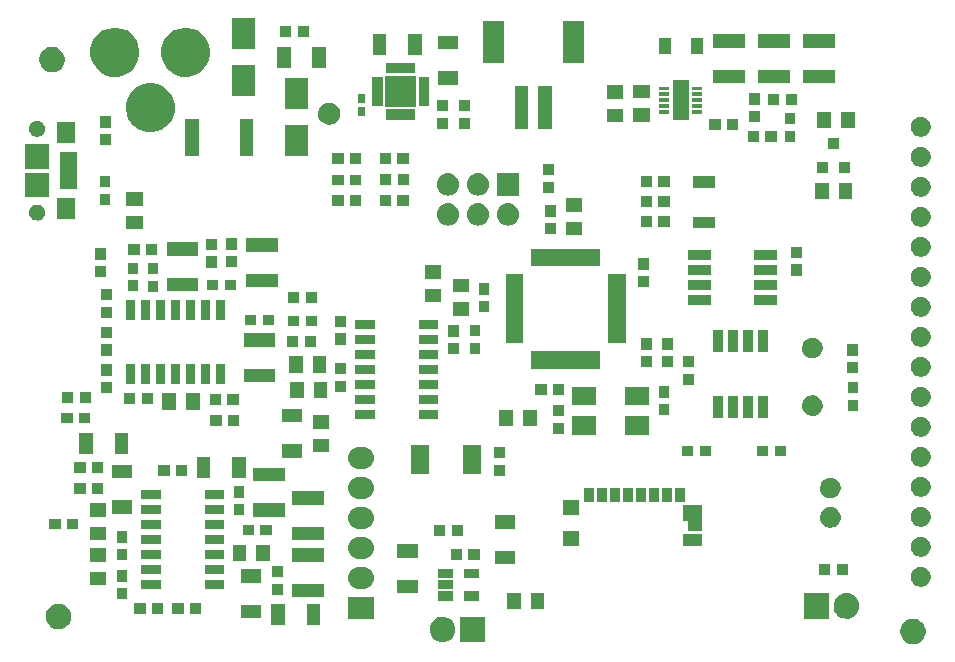
<source format=gts>
%TF.GenerationSoftware,KiCad,Pcbnew,4.0.7-e2-6376~58~ubuntu16.04.1*%
%TF.CreationDate,2017-09-24T11:29:09-07:00*%
%TF.ProjectId,mcphail-main-board,6D63706861696C2D6D61696E2D626F61,v1.1*%
%TF.FileFunction,Soldermask,Top*%
%FSLAX46Y46*%
G04 Gerber Fmt 4.6, Leading zero omitted, Abs format (unit mm)*
G04 Created by KiCad (PCBNEW 4.0.7-e2-6376~58~ubuntu16.04.1) date Sun Sep 24 11:29:09 2017*
%MOMM*%
%LPD*%
G01*
G04 APERTURE LIST*
%ADD10C,0.350000*%
G04 APERTURE END LIST*
D10*
G36*
X99579442Y-94758715D02*
X99786177Y-94801152D01*
X99980747Y-94882941D01*
X100155718Y-95000961D01*
X100304433Y-95150718D01*
X100421227Y-95326508D01*
X100501653Y-95521636D01*
X100542578Y-95728324D01*
X100542578Y-95728329D01*
X100542646Y-95728673D01*
X100539280Y-95969736D01*
X100539203Y-95970074D01*
X100539203Y-95970083D01*
X100492522Y-96175549D01*
X100406681Y-96368352D01*
X100285021Y-96540815D01*
X100132182Y-96686362D01*
X99953984Y-96799450D01*
X99757210Y-96875773D01*
X99549367Y-96912422D01*
X99338357Y-96908002D01*
X99132225Y-96862681D01*
X98938822Y-96778185D01*
X98765519Y-96657736D01*
X98618908Y-96505917D01*
X98504578Y-96328510D01*
X98426881Y-96132272D01*
X98388784Y-95924692D01*
X98391730Y-95713658D01*
X98435611Y-95507213D01*
X98518753Y-95313228D01*
X98637993Y-95139083D01*
X98788784Y-94991417D01*
X98965388Y-94875851D01*
X99161075Y-94796788D01*
X99368387Y-94757242D01*
X99579442Y-94758715D01*
X99579442Y-94758715D01*
G37*
G36*
X59858770Y-94593917D02*
X59858775Y-94593919D01*
X59858817Y-94593923D01*
X60062445Y-94656956D01*
X60249950Y-94758340D01*
X60414193Y-94894214D01*
X60548917Y-95059401D01*
X60648989Y-95247610D01*
X60710599Y-95451672D01*
X60731400Y-95663815D01*
X60731400Y-95674385D01*
X60731294Y-95689634D01*
X60707533Y-95901466D01*
X60643080Y-96104648D01*
X60540389Y-96291442D01*
X60403372Y-96454732D01*
X60237249Y-96588299D01*
X60048345Y-96687055D01*
X59843858Y-96747239D01*
X59843817Y-96747243D01*
X59843813Y-96747244D01*
X59631577Y-96766559D01*
X59419630Y-96744283D01*
X59419625Y-96744281D01*
X59419583Y-96744277D01*
X59215955Y-96681244D01*
X59028450Y-96579860D01*
X58864207Y-96443986D01*
X58729483Y-96278799D01*
X58629411Y-96090590D01*
X58567801Y-95886528D01*
X58547000Y-95674385D01*
X58547000Y-95663815D01*
X58547106Y-95648566D01*
X58570867Y-95436734D01*
X58635320Y-95233552D01*
X58738011Y-95046758D01*
X58875028Y-94883468D01*
X59041151Y-94749901D01*
X59230055Y-94651145D01*
X59434542Y-94590961D01*
X59434583Y-94590957D01*
X59434587Y-94590956D01*
X59646823Y-94571641D01*
X59858770Y-94593917D01*
X59858770Y-94593917D01*
G37*
G36*
X63271400Y-96761300D02*
X61087000Y-96761300D01*
X61087000Y-94576900D01*
X63271400Y-94576900D01*
X63271400Y-96761300D01*
X63271400Y-96761300D01*
G37*
G36*
X27240242Y-93488715D02*
X27446977Y-93531152D01*
X27641547Y-93612941D01*
X27816518Y-93730961D01*
X27965233Y-93880718D01*
X28082027Y-94056508D01*
X28162453Y-94251636D01*
X28203378Y-94458324D01*
X28203378Y-94458329D01*
X28203446Y-94458673D01*
X28200080Y-94699736D01*
X28200003Y-94700074D01*
X28200003Y-94700083D01*
X28153322Y-94905549D01*
X28067481Y-95098352D01*
X27945821Y-95270815D01*
X27792982Y-95416362D01*
X27614784Y-95529450D01*
X27418010Y-95605773D01*
X27210167Y-95642422D01*
X26999157Y-95638002D01*
X26793025Y-95592681D01*
X26599622Y-95508185D01*
X26426319Y-95387736D01*
X26279708Y-95235917D01*
X26165378Y-95058510D01*
X26087681Y-94862272D01*
X26049584Y-94654692D01*
X26052530Y-94443658D01*
X26096411Y-94237213D01*
X26179553Y-94043228D01*
X26298793Y-93869083D01*
X26449584Y-93721417D01*
X26626188Y-93605851D01*
X26821875Y-93526788D01*
X27029187Y-93487242D01*
X27240242Y-93488715D01*
X27240242Y-93488715D01*
G37*
G36*
X49302229Y-95297861D02*
X48149829Y-95297861D01*
X48149829Y-93545461D01*
X49302229Y-93545461D01*
X49302229Y-95297861D01*
X49302229Y-95297861D01*
G37*
G36*
X46302229Y-95297861D02*
X45149829Y-95297861D01*
X45149829Y-93545461D01*
X46302229Y-93545461D01*
X46302229Y-95297861D01*
X46302229Y-95297861D01*
G37*
G36*
X53822600Y-94805500D02*
X51638200Y-94805500D01*
X51638200Y-92925900D01*
X53822600Y-92925900D01*
X53822600Y-94805500D01*
X53822600Y-94805500D01*
G37*
G36*
X94054370Y-92587717D02*
X94054375Y-92587719D01*
X94054417Y-92587723D01*
X94258045Y-92650756D01*
X94445550Y-92752140D01*
X94609793Y-92888014D01*
X94744517Y-93053201D01*
X94844589Y-93241410D01*
X94906199Y-93445472D01*
X94927000Y-93657615D01*
X94927000Y-93668185D01*
X94926894Y-93683434D01*
X94903133Y-93895266D01*
X94838680Y-94098448D01*
X94735989Y-94285242D01*
X94598972Y-94448532D01*
X94432849Y-94582099D01*
X94243945Y-94680855D01*
X94039458Y-94741039D01*
X94039417Y-94741043D01*
X94039413Y-94741044D01*
X93827177Y-94760359D01*
X93615230Y-94738083D01*
X93615225Y-94738081D01*
X93615183Y-94738077D01*
X93411555Y-94675044D01*
X93224050Y-94573660D01*
X93059807Y-94437786D01*
X92925083Y-94272599D01*
X92825011Y-94084390D01*
X92763401Y-93880328D01*
X92742600Y-93668185D01*
X92742600Y-93657615D01*
X92742706Y-93642366D01*
X92766467Y-93430534D01*
X92830920Y-93227352D01*
X92933611Y-93040558D01*
X93070628Y-92877268D01*
X93236751Y-92743701D01*
X93425655Y-92644945D01*
X93630142Y-92584761D01*
X93630183Y-92584757D01*
X93630187Y-92584756D01*
X93842423Y-92565441D01*
X94054370Y-92587717D01*
X94054370Y-92587717D01*
G37*
G36*
X92387000Y-94755100D02*
X90202600Y-94755100D01*
X90202600Y-92570700D01*
X92387000Y-92570700D01*
X92387000Y-94755100D01*
X92387000Y-94755100D01*
G37*
G36*
X44288229Y-94707161D02*
X42535829Y-94707161D01*
X42535829Y-93554761D01*
X44288229Y-93554761D01*
X44288229Y-94707161D01*
X44288229Y-94707161D01*
G37*
G36*
X37723337Y-94364861D02*
X36770937Y-94364861D01*
X36770937Y-93462461D01*
X37723337Y-93462461D01*
X37723337Y-94364861D01*
X37723337Y-94364861D01*
G37*
G36*
X39223337Y-94364861D02*
X38270937Y-94364861D01*
X38270937Y-93462461D01*
X39223337Y-93462461D01*
X39223337Y-94364861D01*
X39223337Y-94364861D01*
G37*
G36*
X34494229Y-94364861D02*
X33541829Y-94364861D01*
X33541829Y-93462461D01*
X34494229Y-93462461D01*
X34494229Y-94364861D01*
X34494229Y-94364861D01*
G37*
G36*
X35994229Y-94364861D02*
X35041829Y-94364861D01*
X35041829Y-93462461D01*
X35994229Y-93462461D01*
X35994229Y-94364861D01*
X35994229Y-94364861D01*
G37*
G36*
X66260600Y-93944600D02*
X65108200Y-93944600D01*
X65108200Y-92542200D01*
X66260600Y-92542200D01*
X66260600Y-93944600D01*
X66260600Y-93944600D01*
G37*
G36*
X68260600Y-93944600D02*
X67108200Y-93944600D01*
X67108200Y-92542200D01*
X68260600Y-92542200D01*
X68260600Y-93944600D01*
X68260600Y-93944600D01*
G37*
G36*
X62689537Y-93228135D02*
X61477137Y-93228135D01*
X61477137Y-92425735D01*
X62689537Y-92425735D01*
X62689537Y-93228135D01*
X62689537Y-93228135D01*
G37*
G36*
X60489537Y-93228135D02*
X59277137Y-93228135D01*
X59277137Y-92425735D01*
X60489537Y-92425735D01*
X60489537Y-93228135D01*
X60489537Y-93228135D01*
G37*
G36*
X32945229Y-93107861D02*
X32042829Y-93107861D01*
X32042829Y-92155461D01*
X32945229Y-92155461D01*
X32945229Y-93107861D01*
X32945229Y-93107861D01*
G37*
G36*
X49568229Y-92941861D02*
X46915829Y-92941861D01*
X46915829Y-91789461D01*
X49568229Y-91789461D01*
X49568229Y-92941861D01*
X49568229Y-92941861D01*
G37*
G36*
X46113229Y-92751861D02*
X45210829Y-92751861D01*
X45210829Y-91799461D01*
X46113229Y-91799461D01*
X46113229Y-92751861D01*
X46113229Y-92751861D01*
G37*
G36*
X57540829Y-92592961D02*
X55788429Y-92592961D01*
X55788429Y-91440561D01*
X57540829Y-91440561D01*
X57540829Y-92592961D01*
X57540829Y-92592961D01*
G37*
G36*
X60489537Y-92278135D02*
X59277137Y-92278135D01*
X59277137Y-91475735D01*
X60489537Y-91475735D01*
X60489537Y-92278135D01*
X60489537Y-92278135D01*
G37*
G36*
X52899149Y-90385977D02*
X52899154Y-90385978D01*
X52901207Y-90385992D01*
X53083480Y-90406437D01*
X53258312Y-90461897D01*
X53419041Y-90550258D01*
X53559546Y-90668156D01*
X53674476Y-90811100D01*
X53759452Y-90973645D01*
X53811239Y-91149599D01*
X53811243Y-91149640D01*
X53811244Y-91149644D01*
X53827863Y-91332258D01*
X53812623Y-91477257D01*
X53808690Y-91514673D01*
X53754452Y-91689887D01*
X53667215Y-91851229D01*
X53550300Y-91992555D01*
X53408162Y-92108479D01*
X53246215Y-92194588D01*
X53070626Y-92247602D01*
X52888085Y-92265500D01*
X52572683Y-92265500D01*
X52561651Y-92265423D01*
X52561646Y-92265422D01*
X52559593Y-92265408D01*
X52377320Y-92244963D01*
X52202488Y-92189503D01*
X52041759Y-92101142D01*
X51901254Y-91983244D01*
X51786324Y-91840300D01*
X51701348Y-91677755D01*
X51649561Y-91501801D01*
X51649557Y-91501760D01*
X51649556Y-91501756D01*
X51632937Y-91319142D01*
X51652105Y-91136774D01*
X51652110Y-91136727D01*
X51706348Y-90961513D01*
X51793585Y-90800171D01*
X51910500Y-90658845D01*
X52052638Y-90542921D01*
X52214585Y-90456812D01*
X52390174Y-90403798D01*
X52572715Y-90385900D01*
X52888117Y-90385900D01*
X52899149Y-90385977D01*
X52899149Y-90385977D01*
G37*
G36*
X35763337Y-92261635D02*
X34110937Y-92261635D01*
X34110937Y-91509235D01*
X35763337Y-91509235D01*
X35763337Y-92261635D01*
X35763337Y-92261635D01*
G37*
G36*
X41163337Y-92261635D02*
X39510937Y-92261635D01*
X39510937Y-91509235D01*
X41163337Y-91509235D01*
X41163337Y-92261635D01*
X41163337Y-92261635D01*
G37*
G36*
X100214843Y-90373757D02*
X100375858Y-90406809D01*
X100527401Y-90470511D01*
X100663673Y-90562429D01*
X100779506Y-90679072D01*
X100870468Y-90815982D01*
X100933110Y-90967963D01*
X100964968Y-91128856D01*
X100964968Y-91128866D01*
X100965036Y-91129210D01*
X100962415Y-91316963D01*
X100962337Y-91317306D01*
X100962337Y-91317309D01*
X100925997Y-91477261D01*
X100859140Y-91627425D01*
X100764384Y-91761747D01*
X100645345Y-91875108D01*
X100506553Y-91963188D01*
X100353299Y-92022631D01*
X100191419Y-92051175D01*
X100027073Y-92047732D01*
X99866528Y-92012435D01*
X99715894Y-91946624D01*
X99580918Y-91852813D01*
X99466730Y-91734568D01*
X99377683Y-91596394D01*
X99317169Y-91443553D01*
X99287497Y-91281881D01*
X99289791Y-91117516D01*
X99323969Y-90956726D01*
X99388723Y-90805640D01*
X99481594Y-90670007D01*
X99599037Y-90554998D01*
X99736586Y-90464988D01*
X99888997Y-90403410D01*
X100050462Y-90372609D01*
X100214843Y-90373757D01*
X100214843Y-90373757D01*
G37*
G36*
X31163229Y-91933861D02*
X29760829Y-91933861D01*
X29760829Y-90781461D01*
X31163229Y-90781461D01*
X31163229Y-91933861D01*
X31163229Y-91933861D01*
G37*
G36*
X44288229Y-91707161D02*
X42535829Y-91707161D01*
X42535829Y-90554761D01*
X44288229Y-90554761D01*
X44288229Y-91707161D01*
X44288229Y-91707161D01*
G37*
G36*
X32945229Y-91607861D02*
X32042829Y-91607861D01*
X32042829Y-90655461D01*
X32945229Y-90655461D01*
X32945229Y-91607861D01*
X32945229Y-91607861D01*
G37*
G36*
X62689537Y-91328135D02*
X61477137Y-91328135D01*
X61477137Y-90525735D01*
X62689537Y-90525735D01*
X62689537Y-91328135D01*
X62689537Y-91328135D01*
G37*
G36*
X60489537Y-91328135D02*
X59277137Y-91328135D01*
X59277137Y-90525735D01*
X60489537Y-90525735D01*
X60489537Y-91328135D01*
X60489537Y-91328135D01*
G37*
G36*
X46113229Y-91251861D02*
X45210829Y-91251861D01*
X45210829Y-90299461D01*
X46113229Y-90299461D01*
X46113229Y-91251861D01*
X46113229Y-91251861D01*
G37*
G36*
X93949600Y-91014900D02*
X92997200Y-91014900D01*
X92997200Y-90112500D01*
X93949600Y-90112500D01*
X93949600Y-91014900D01*
X93949600Y-91014900D01*
G37*
G36*
X92449600Y-91014900D02*
X91497200Y-91014900D01*
X91497200Y-90112500D01*
X92449600Y-90112500D01*
X92449600Y-91014900D01*
X92449600Y-91014900D01*
G37*
G36*
X41163337Y-90991635D02*
X39510937Y-90991635D01*
X39510937Y-90239235D01*
X41163337Y-90239235D01*
X41163337Y-90991635D01*
X41163337Y-90991635D01*
G37*
G36*
X35763337Y-90991635D02*
X34110937Y-90991635D01*
X34110937Y-90239235D01*
X35763337Y-90239235D01*
X35763337Y-90991635D01*
X35763337Y-90991635D01*
G37*
G36*
X65798600Y-90139400D02*
X64046200Y-90139400D01*
X64046200Y-88987000D01*
X65798600Y-88987000D01*
X65798600Y-90139400D01*
X65798600Y-90139400D01*
G37*
G36*
X49568229Y-89941861D02*
X46915829Y-89941861D01*
X46915829Y-88789461D01*
X49568229Y-88789461D01*
X49568229Y-89941861D01*
X49568229Y-89941861D01*
G37*
G36*
X31163229Y-89933861D02*
X29760829Y-89933861D01*
X29760829Y-88781461D01*
X31163229Y-88781461D01*
X31163229Y-89933861D01*
X31163229Y-89933861D01*
G37*
G36*
X43027029Y-89877761D02*
X41874629Y-89877761D01*
X41874629Y-88475361D01*
X43027029Y-88475361D01*
X43027029Y-89877761D01*
X43027029Y-89877761D01*
G37*
G36*
X45027029Y-89877761D02*
X43874629Y-89877761D01*
X43874629Y-88475361D01*
X45027029Y-88475361D01*
X45027029Y-89877761D01*
X45027029Y-89877761D01*
G37*
G36*
X32945229Y-89817861D02*
X32042829Y-89817861D01*
X32042829Y-88865461D01*
X32945229Y-88865461D01*
X32945229Y-89817861D01*
X32945229Y-89817861D01*
G37*
G36*
X62774429Y-89778361D02*
X61822029Y-89778361D01*
X61822029Y-88875961D01*
X62774429Y-88875961D01*
X62774429Y-89778361D01*
X62774429Y-89778361D01*
G37*
G36*
X61274429Y-89778361D02*
X60322029Y-89778361D01*
X60322029Y-88875961D01*
X61274429Y-88875961D01*
X61274429Y-89778361D01*
X61274429Y-89778361D01*
G37*
G36*
X52899149Y-87845977D02*
X52899154Y-87845978D01*
X52901207Y-87845992D01*
X53083480Y-87866437D01*
X53258312Y-87921897D01*
X53419041Y-88010258D01*
X53559546Y-88128156D01*
X53674476Y-88271100D01*
X53759452Y-88433645D01*
X53811239Y-88609599D01*
X53811243Y-88609640D01*
X53811244Y-88609644D01*
X53827863Y-88792258D01*
X53812623Y-88937257D01*
X53808690Y-88974673D01*
X53754452Y-89149887D01*
X53667215Y-89311229D01*
X53550300Y-89452555D01*
X53408162Y-89568479D01*
X53246215Y-89654588D01*
X53070626Y-89707602D01*
X52888085Y-89725500D01*
X52572683Y-89725500D01*
X52561651Y-89725423D01*
X52561646Y-89725422D01*
X52559593Y-89725408D01*
X52377320Y-89704963D01*
X52202488Y-89649503D01*
X52041759Y-89561142D01*
X51901254Y-89443244D01*
X51786324Y-89300300D01*
X51701348Y-89137755D01*
X51649561Y-88961801D01*
X51649557Y-88961760D01*
X51649556Y-88961756D01*
X51632937Y-88779142D01*
X51652105Y-88596774D01*
X51652110Y-88596727D01*
X51706348Y-88421513D01*
X51793585Y-88260171D01*
X51910500Y-88118845D01*
X52052638Y-88002921D01*
X52214585Y-87916812D01*
X52390174Y-87863798D01*
X52572715Y-87845900D01*
X52888117Y-87845900D01*
X52899149Y-87845977D01*
X52899149Y-87845977D01*
G37*
G36*
X41163337Y-89721635D02*
X39510937Y-89721635D01*
X39510937Y-88969235D01*
X41163337Y-88969235D01*
X41163337Y-89721635D01*
X41163337Y-89721635D01*
G37*
G36*
X35763337Y-89721635D02*
X34110937Y-89721635D01*
X34110937Y-88969235D01*
X35763337Y-88969235D01*
X35763337Y-89721635D01*
X35763337Y-89721635D01*
G37*
G36*
X57540829Y-89592961D02*
X55788429Y-89592961D01*
X55788429Y-88440561D01*
X57540829Y-88440561D01*
X57540829Y-89592961D01*
X57540829Y-89592961D01*
G37*
G36*
X100214843Y-87833757D02*
X100375858Y-87866809D01*
X100527401Y-87930511D01*
X100663673Y-88022429D01*
X100779506Y-88139072D01*
X100870468Y-88275982D01*
X100933110Y-88427963D01*
X100964968Y-88588856D01*
X100964968Y-88588866D01*
X100965036Y-88589210D01*
X100962415Y-88776963D01*
X100962337Y-88777306D01*
X100962337Y-88777309D01*
X100925997Y-88937261D01*
X100859140Y-89087425D01*
X100764384Y-89221747D01*
X100645345Y-89335108D01*
X100506553Y-89423188D01*
X100353299Y-89482631D01*
X100191419Y-89511175D01*
X100027073Y-89507732D01*
X99866528Y-89472435D01*
X99715894Y-89406624D01*
X99580918Y-89312813D01*
X99466730Y-89194568D01*
X99377683Y-89056394D01*
X99317169Y-88903553D01*
X99287497Y-88741881D01*
X99289791Y-88577516D01*
X99323969Y-88416726D01*
X99388723Y-88265640D01*
X99481594Y-88130007D01*
X99599037Y-88014998D01*
X99736586Y-87924988D01*
X99888997Y-87863410D01*
X100050462Y-87832609D01*
X100214843Y-87833757D01*
X100214843Y-87833757D01*
G37*
G36*
X81571700Y-88605300D02*
X80019300Y-88605300D01*
X80019300Y-87552900D01*
X81571700Y-87552900D01*
X81571700Y-88605300D01*
X81571700Y-88605300D01*
G37*
G36*
X71206800Y-88593800D02*
X69854400Y-88593800D01*
X69854400Y-87291400D01*
X71206800Y-87291400D01*
X71206800Y-88593800D01*
X71206800Y-88593800D01*
G37*
G36*
X35763337Y-88451635D02*
X34110937Y-88451635D01*
X34110937Y-87699235D01*
X35763337Y-87699235D01*
X35763337Y-88451635D01*
X35763337Y-88451635D01*
G37*
G36*
X41163337Y-88451635D02*
X39510937Y-88451635D01*
X39510937Y-87699235D01*
X41163337Y-87699235D01*
X41163337Y-88451635D01*
X41163337Y-88451635D01*
G37*
G36*
X32945229Y-88317861D02*
X32042829Y-88317861D01*
X32042829Y-87365461D01*
X32945229Y-87365461D01*
X32945229Y-88317861D01*
X32945229Y-88317861D01*
G37*
G36*
X49568229Y-88115861D02*
X46915829Y-88115861D01*
X46915829Y-86963461D01*
X49568229Y-86963461D01*
X49568229Y-88115861D01*
X49568229Y-88115861D01*
G37*
G36*
X31163229Y-88107861D02*
X29760829Y-88107861D01*
X29760829Y-86955461D01*
X31163229Y-86955461D01*
X31163229Y-88107861D01*
X31163229Y-88107861D01*
G37*
G36*
X59874429Y-87738361D02*
X58922029Y-87738361D01*
X58922029Y-86835961D01*
X59874429Y-86835961D01*
X59874429Y-87738361D01*
X59874429Y-87738361D01*
G37*
G36*
X61374429Y-87738361D02*
X60422029Y-87738361D01*
X60422029Y-86835961D01*
X61374429Y-86835961D01*
X61374429Y-87738361D01*
X61374429Y-87738361D01*
G37*
G36*
X43663629Y-87697361D02*
X42711229Y-87697361D01*
X42711229Y-86794961D01*
X43663629Y-86794961D01*
X43663629Y-87697361D01*
X43663629Y-87697361D01*
G37*
G36*
X45163629Y-87697361D02*
X44211229Y-87697361D01*
X44211229Y-86794961D01*
X45163629Y-86794961D01*
X45163629Y-87697361D01*
X45163629Y-87697361D01*
G37*
G36*
X81571700Y-87355300D02*
X80419300Y-87355300D01*
X80419300Y-86506100D01*
X80417289Y-86491947D01*
X80411414Y-86478916D01*
X80402142Y-86468036D01*
X80390206Y-86460171D01*
X80376551Y-86455942D01*
X80368500Y-86455300D01*
X79969300Y-86455300D01*
X79969300Y-85102900D01*
X81571700Y-85102900D01*
X81571700Y-87355300D01*
X81571700Y-87355300D01*
G37*
G36*
X52899149Y-85305977D02*
X52899154Y-85305978D01*
X52901207Y-85305992D01*
X53083480Y-85326437D01*
X53258312Y-85381897D01*
X53419041Y-85470258D01*
X53559546Y-85588156D01*
X53674476Y-85731100D01*
X53759452Y-85893645D01*
X53811239Y-86069599D01*
X53811243Y-86069640D01*
X53811244Y-86069644D01*
X53827863Y-86252258D01*
X53809719Y-86424882D01*
X53808690Y-86434673D01*
X53754452Y-86609887D01*
X53667215Y-86771229D01*
X53550300Y-86912555D01*
X53408162Y-87028479D01*
X53246215Y-87114588D01*
X53070626Y-87167602D01*
X52888085Y-87185500D01*
X52572683Y-87185500D01*
X52561651Y-87185423D01*
X52561646Y-87185422D01*
X52559593Y-87185408D01*
X52377320Y-87164963D01*
X52202488Y-87109503D01*
X52041759Y-87021142D01*
X51901254Y-86903244D01*
X51786324Y-86760300D01*
X51701348Y-86597755D01*
X51649561Y-86421801D01*
X51649557Y-86421760D01*
X51649556Y-86421756D01*
X51632937Y-86239142D01*
X51652105Y-86056774D01*
X51652110Y-86056727D01*
X51706348Y-85881513D01*
X51793585Y-85720171D01*
X51910500Y-85578845D01*
X52052638Y-85462921D01*
X52214585Y-85376812D01*
X52390174Y-85323798D01*
X52572715Y-85305900D01*
X52888117Y-85305900D01*
X52899149Y-85305977D01*
X52899149Y-85305977D01*
G37*
G36*
X41163337Y-87181635D02*
X39510937Y-87181635D01*
X39510937Y-86429235D01*
X41163337Y-86429235D01*
X41163337Y-87181635D01*
X41163337Y-87181635D01*
G37*
G36*
X35763337Y-87181635D02*
X34110937Y-87181635D01*
X34110937Y-86429235D01*
X35763337Y-86429235D01*
X35763337Y-87181635D01*
X35763337Y-87181635D01*
G37*
G36*
X27304629Y-87176661D02*
X26352229Y-87176661D01*
X26352229Y-86274261D01*
X27304629Y-86274261D01*
X27304629Y-87176661D01*
X27304629Y-87176661D01*
G37*
G36*
X28804629Y-87176661D02*
X27852229Y-87176661D01*
X27852229Y-86274261D01*
X28804629Y-86274261D01*
X28804629Y-87176661D01*
X28804629Y-87176661D01*
G37*
G36*
X65798600Y-87139400D02*
X64046200Y-87139400D01*
X64046200Y-85987000D01*
X65798600Y-85987000D01*
X65798600Y-87139400D01*
X65798600Y-87139400D01*
G37*
G36*
X92573435Y-85306582D02*
X92741750Y-85341133D01*
X92900162Y-85407723D01*
X93042616Y-85503809D01*
X93163694Y-85625735D01*
X93258781Y-85768854D01*
X93324263Y-85927724D01*
X93357569Y-86095935D01*
X93357638Y-86096284D01*
X93354897Y-86292548D01*
X93354820Y-86292886D01*
X93354820Y-86292895D01*
X93316829Y-86460113D01*
X93246940Y-86617085D01*
X93147890Y-86757498D01*
X93023453Y-86875997D01*
X92878370Y-86968070D01*
X92718169Y-87030208D01*
X92548948Y-87060047D01*
X92377151Y-87056447D01*
X92209328Y-87019550D01*
X92051866Y-86950756D01*
X91910770Y-86852692D01*
X91791405Y-86729086D01*
X91698322Y-86584649D01*
X91635064Y-86424878D01*
X91604047Y-86255876D01*
X91606445Y-86084059D01*
X91642172Y-85915980D01*
X91709862Y-85758045D01*
X91806943Y-85616263D01*
X91929711Y-85496039D01*
X92073496Y-85401950D01*
X92232816Y-85337579D01*
X92401601Y-85305383D01*
X92573435Y-85306582D01*
X92573435Y-85306582D01*
G37*
G36*
X100214843Y-85293757D02*
X100375858Y-85326809D01*
X100527401Y-85390511D01*
X100663673Y-85482429D01*
X100779506Y-85599072D01*
X100870468Y-85735982D01*
X100933110Y-85887963D01*
X100964968Y-86048856D01*
X100964968Y-86048866D01*
X100965036Y-86049210D01*
X100962415Y-86236963D01*
X100962337Y-86237306D01*
X100962337Y-86237309D01*
X100925997Y-86397261D01*
X100859140Y-86547425D01*
X100764384Y-86681747D01*
X100645345Y-86795108D01*
X100506553Y-86883188D01*
X100353299Y-86942631D01*
X100191419Y-86971175D01*
X100027073Y-86967732D01*
X99866528Y-86932435D01*
X99715894Y-86866624D01*
X99580918Y-86772813D01*
X99466730Y-86654568D01*
X99377683Y-86516394D01*
X99317169Y-86363553D01*
X99287497Y-86201881D01*
X99289791Y-86037516D01*
X99323969Y-85876726D01*
X99388723Y-85725640D01*
X99481594Y-85590007D01*
X99599037Y-85474998D01*
X99736586Y-85384988D01*
X99888997Y-85323410D01*
X100050462Y-85292609D01*
X100214843Y-85293757D01*
X100214843Y-85293757D01*
G37*
G36*
X46278929Y-86120561D02*
X43626529Y-86120561D01*
X43626529Y-84968161D01*
X46278929Y-84968161D01*
X46278929Y-86120561D01*
X46278929Y-86120561D01*
G37*
G36*
X31163229Y-86107861D02*
X29760829Y-86107861D01*
X29760829Y-84955461D01*
X31163229Y-84955461D01*
X31163229Y-86107861D01*
X31163229Y-86107861D01*
G37*
G36*
X42851229Y-86007861D02*
X41948829Y-86007861D01*
X41948829Y-85055461D01*
X42851229Y-85055461D01*
X42851229Y-86007861D01*
X42851229Y-86007861D01*
G37*
G36*
X71206800Y-85993800D02*
X69854400Y-85993800D01*
X69854400Y-84691400D01*
X71206800Y-84691400D01*
X71206800Y-85993800D01*
X71206800Y-85993800D01*
G37*
G36*
X41163337Y-85911635D02*
X39510937Y-85911635D01*
X39510937Y-85159235D01*
X41163337Y-85159235D01*
X41163337Y-85911635D01*
X41163337Y-85911635D01*
G37*
G36*
X35763337Y-85911635D02*
X34110937Y-85911635D01*
X34110937Y-85159235D01*
X35763337Y-85159235D01*
X35763337Y-85911635D01*
X35763337Y-85911635D01*
G37*
G36*
X33370229Y-85853861D02*
X31617829Y-85853861D01*
X31617829Y-84701461D01*
X33370229Y-84701461D01*
X33370229Y-85853861D01*
X33370229Y-85853861D01*
G37*
G36*
X49568229Y-85115861D02*
X46915829Y-85115861D01*
X46915829Y-83963461D01*
X49568229Y-83963461D01*
X49568229Y-85115861D01*
X49568229Y-85115861D01*
G37*
G36*
X80156800Y-84878800D02*
X79304400Y-84878800D01*
X79304400Y-83726400D01*
X80156800Y-83726400D01*
X80156800Y-84878800D01*
X80156800Y-84878800D01*
G37*
G36*
X79056800Y-84878800D02*
X78204400Y-84878800D01*
X78204400Y-83726400D01*
X79056800Y-83726400D01*
X79056800Y-84878800D01*
X79056800Y-84878800D01*
G37*
G36*
X77956800Y-84878800D02*
X77104400Y-84878800D01*
X77104400Y-83726400D01*
X77956800Y-83726400D01*
X77956800Y-84878800D01*
X77956800Y-84878800D01*
G37*
G36*
X76856800Y-84878800D02*
X76004400Y-84878800D01*
X76004400Y-83726400D01*
X76856800Y-83726400D01*
X76856800Y-84878800D01*
X76856800Y-84878800D01*
G37*
G36*
X75756800Y-84878800D02*
X74904400Y-84878800D01*
X74904400Y-83726400D01*
X75756800Y-83726400D01*
X75756800Y-84878800D01*
X75756800Y-84878800D01*
G37*
G36*
X74656800Y-84878800D02*
X73804400Y-84878800D01*
X73804400Y-83726400D01*
X74656800Y-83726400D01*
X74656800Y-84878800D01*
X74656800Y-84878800D01*
G37*
G36*
X73556800Y-84878800D02*
X72704400Y-84878800D01*
X72704400Y-83726400D01*
X73556800Y-83726400D01*
X73556800Y-84878800D01*
X73556800Y-84878800D01*
G37*
G36*
X72456800Y-84878800D02*
X71604400Y-84878800D01*
X71604400Y-83726400D01*
X72456800Y-83726400D01*
X72456800Y-84878800D01*
X72456800Y-84878800D01*
G37*
G36*
X52899149Y-82765977D02*
X52899154Y-82765978D01*
X52901207Y-82765992D01*
X53083480Y-82786437D01*
X53258312Y-82841897D01*
X53419041Y-82930258D01*
X53559546Y-83048156D01*
X53674476Y-83191100D01*
X53759452Y-83353645D01*
X53811239Y-83529599D01*
X53811243Y-83529640D01*
X53811244Y-83529644D01*
X53827863Y-83712258D01*
X53812623Y-83857257D01*
X53808690Y-83894673D01*
X53754452Y-84069887D01*
X53667215Y-84231229D01*
X53550300Y-84372555D01*
X53408162Y-84488479D01*
X53246215Y-84574588D01*
X53070626Y-84627602D01*
X52888085Y-84645500D01*
X52572683Y-84645500D01*
X52561651Y-84645423D01*
X52561646Y-84645422D01*
X52559593Y-84645408D01*
X52377320Y-84624963D01*
X52202488Y-84569503D01*
X52041759Y-84481142D01*
X51901254Y-84363244D01*
X51786324Y-84220300D01*
X51701348Y-84057755D01*
X51649561Y-83881801D01*
X51649557Y-83881760D01*
X51649556Y-83881756D01*
X51632937Y-83699142D01*
X51652105Y-83516774D01*
X51652110Y-83516727D01*
X51706348Y-83341513D01*
X51793585Y-83180171D01*
X51910500Y-83038845D01*
X52052638Y-82922921D01*
X52214585Y-82836812D01*
X52390174Y-82783798D01*
X52572715Y-82765900D01*
X52888117Y-82765900D01*
X52899149Y-82765977D01*
X52899149Y-82765977D01*
G37*
G36*
X41163337Y-84641635D02*
X39510937Y-84641635D01*
X39510937Y-83889235D01*
X41163337Y-83889235D01*
X41163337Y-84641635D01*
X41163337Y-84641635D01*
G37*
G36*
X35763337Y-84641635D02*
X34110937Y-84641635D01*
X34110937Y-83889235D01*
X35763337Y-83889235D01*
X35763337Y-84641635D01*
X35763337Y-84641635D01*
G37*
G36*
X92573435Y-82806582D02*
X92741750Y-82841133D01*
X92900162Y-82907723D01*
X93042616Y-83003809D01*
X93163694Y-83125735D01*
X93258781Y-83268854D01*
X93324263Y-83427724D01*
X93357569Y-83595935D01*
X93357638Y-83596284D01*
X93354897Y-83792548D01*
X93354820Y-83792886D01*
X93354820Y-83792895D01*
X93316829Y-83960113D01*
X93246940Y-84117085D01*
X93147890Y-84257498D01*
X93023453Y-84375997D01*
X92878370Y-84468070D01*
X92718169Y-84530208D01*
X92548948Y-84560047D01*
X92377151Y-84556447D01*
X92209328Y-84519550D01*
X92051866Y-84450756D01*
X91910770Y-84352692D01*
X91791405Y-84229086D01*
X91698322Y-84084649D01*
X91635064Y-83924878D01*
X91604047Y-83755876D01*
X91606445Y-83584059D01*
X91642172Y-83415980D01*
X91709862Y-83258045D01*
X91806943Y-83116263D01*
X91929711Y-82996039D01*
X92073496Y-82901950D01*
X92232816Y-82837579D01*
X92401601Y-82805383D01*
X92573435Y-82806582D01*
X92573435Y-82806582D01*
G37*
G36*
X42851229Y-84507861D02*
X41948829Y-84507861D01*
X41948829Y-83555461D01*
X42851229Y-83555461D01*
X42851229Y-84507861D01*
X42851229Y-84507861D01*
G37*
G36*
X100214843Y-82753757D02*
X100375858Y-82786809D01*
X100527401Y-82850511D01*
X100663673Y-82942429D01*
X100779506Y-83059072D01*
X100870468Y-83195982D01*
X100933110Y-83347963D01*
X100964968Y-83508856D01*
X100964968Y-83508866D01*
X100965036Y-83509210D01*
X100962415Y-83696963D01*
X100962337Y-83697306D01*
X100962337Y-83697309D01*
X100925997Y-83857261D01*
X100859140Y-84007425D01*
X100764384Y-84141747D01*
X100645345Y-84255108D01*
X100506553Y-84343188D01*
X100353299Y-84402631D01*
X100191419Y-84431175D01*
X100027073Y-84427732D01*
X99866528Y-84392435D01*
X99715894Y-84326624D01*
X99580918Y-84232813D01*
X99466730Y-84114568D01*
X99377683Y-83976394D01*
X99317169Y-83823553D01*
X99287497Y-83661881D01*
X99289791Y-83497516D01*
X99323969Y-83336726D01*
X99388723Y-83185640D01*
X99481594Y-83050007D01*
X99599037Y-82934998D01*
X99736586Y-82844988D01*
X99888997Y-82783410D01*
X100050462Y-82752609D01*
X100214843Y-82753757D01*
X100214843Y-82753757D01*
G37*
G36*
X29414229Y-84204861D02*
X28461829Y-84204861D01*
X28461829Y-83302461D01*
X29414229Y-83302461D01*
X29414229Y-84204861D01*
X29414229Y-84204861D01*
G37*
G36*
X30914229Y-84204861D02*
X29961829Y-84204861D01*
X29961829Y-83302461D01*
X30914229Y-83302461D01*
X30914229Y-84204861D01*
X30914229Y-84204861D01*
G37*
G36*
X46278929Y-83120561D02*
X43626529Y-83120561D01*
X43626529Y-81968161D01*
X46278929Y-81968161D01*
X46278929Y-83120561D01*
X46278929Y-83120561D01*
G37*
G36*
X33370229Y-82853861D02*
X31617829Y-82853861D01*
X31617829Y-81701461D01*
X33370229Y-81701461D01*
X33370229Y-82853861D01*
X33370229Y-82853861D01*
G37*
G36*
X42976229Y-82851861D02*
X41823829Y-82851861D01*
X41823829Y-81099461D01*
X42976229Y-81099461D01*
X42976229Y-82851861D01*
X42976229Y-82851861D01*
G37*
G36*
X39976229Y-82851861D02*
X38823829Y-82851861D01*
X38823829Y-81099461D01*
X39976229Y-81099461D01*
X39976229Y-82851861D01*
X39976229Y-82851861D01*
G37*
G36*
X64916400Y-82683300D02*
X64014000Y-82683300D01*
X64014000Y-81730900D01*
X64916400Y-81730900D01*
X64916400Y-82683300D01*
X64916400Y-82683300D01*
G37*
G36*
X38026229Y-82680861D02*
X37073829Y-82680861D01*
X37073829Y-81778461D01*
X38026229Y-81778461D01*
X38026229Y-82680861D01*
X38026229Y-82680861D01*
G37*
G36*
X36526229Y-82680861D02*
X35573829Y-82680861D01*
X35573829Y-81778461D01*
X36526229Y-81778461D01*
X36526229Y-82680861D01*
X36526229Y-82680861D01*
G37*
G36*
X62920200Y-82468100D02*
X61367800Y-82468100D01*
X61367800Y-80015700D01*
X62920200Y-80015700D01*
X62920200Y-82468100D01*
X62920200Y-82468100D01*
G37*
G36*
X58520200Y-82468100D02*
X56967800Y-82468100D01*
X56967800Y-80015700D01*
X58520200Y-80015700D01*
X58520200Y-82468100D01*
X58520200Y-82468100D01*
G37*
G36*
X30914229Y-82426861D02*
X29961829Y-82426861D01*
X29961829Y-81524461D01*
X30914229Y-81524461D01*
X30914229Y-82426861D01*
X30914229Y-82426861D01*
G37*
G36*
X29414229Y-82426861D02*
X28461829Y-82426861D01*
X28461829Y-81524461D01*
X29414229Y-81524461D01*
X29414229Y-82426861D01*
X29414229Y-82426861D01*
G37*
G36*
X52899149Y-80225977D02*
X52899154Y-80225978D01*
X52901207Y-80225992D01*
X53083480Y-80246437D01*
X53258312Y-80301897D01*
X53419041Y-80390258D01*
X53559546Y-80508156D01*
X53674476Y-80651100D01*
X53759452Y-80813645D01*
X53811239Y-80989599D01*
X53811243Y-80989640D01*
X53811244Y-80989644D01*
X53827863Y-81172258D01*
X53812623Y-81317257D01*
X53808690Y-81354673D01*
X53754452Y-81529887D01*
X53667215Y-81691229D01*
X53550300Y-81832555D01*
X53408162Y-81948479D01*
X53246215Y-82034588D01*
X53070626Y-82087602D01*
X52888085Y-82105500D01*
X52572683Y-82105500D01*
X52561651Y-82105423D01*
X52561646Y-82105422D01*
X52559593Y-82105408D01*
X52377320Y-82084963D01*
X52202488Y-82029503D01*
X52041759Y-81941142D01*
X51901254Y-81823244D01*
X51786324Y-81680300D01*
X51701348Y-81517755D01*
X51649561Y-81341801D01*
X51649557Y-81341760D01*
X51649556Y-81341756D01*
X51632937Y-81159142D01*
X51652105Y-80976774D01*
X51652110Y-80976727D01*
X51706348Y-80801513D01*
X51793585Y-80640171D01*
X51910500Y-80498845D01*
X52052638Y-80382921D01*
X52214585Y-80296812D01*
X52390174Y-80243798D01*
X52572715Y-80225900D01*
X52888117Y-80225900D01*
X52899149Y-80225977D01*
X52899149Y-80225977D01*
G37*
G36*
X100214843Y-80213757D02*
X100375858Y-80246809D01*
X100527401Y-80310511D01*
X100663673Y-80402429D01*
X100779506Y-80519072D01*
X100870468Y-80655982D01*
X100933110Y-80807963D01*
X100964968Y-80968856D01*
X100964968Y-80968866D01*
X100965036Y-80969210D01*
X100962415Y-81156963D01*
X100962337Y-81157306D01*
X100962337Y-81157309D01*
X100925997Y-81317261D01*
X100859140Y-81467425D01*
X100764384Y-81601747D01*
X100645345Y-81715108D01*
X100506553Y-81803188D01*
X100353299Y-81862631D01*
X100191419Y-81891175D01*
X100027073Y-81887732D01*
X99866528Y-81852435D01*
X99715894Y-81786624D01*
X99580918Y-81692813D01*
X99466730Y-81574568D01*
X99377683Y-81436394D01*
X99317169Y-81283553D01*
X99287497Y-81121881D01*
X99289791Y-80957516D01*
X99323969Y-80796726D01*
X99388723Y-80645640D01*
X99481594Y-80510007D01*
X99599037Y-80394998D01*
X99736586Y-80304988D01*
X99888997Y-80243410D01*
X100050462Y-80212609D01*
X100214843Y-80213757D01*
X100214843Y-80213757D01*
G37*
G36*
X64916400Y-81183300D02*
X64014000Y-81183300D01*
X64014000Y-80230900D01*
X64916400Y-80230900D01*
X64916400Y-81183300D01*
X64916400Y-81183300D01*
G37*
G36*
X47764014Y-81137644D02*
X46011614Y-81137644D01*
X46011614Y-79985244D01*
X47764014Y-79985244D01*
X47764014Y-81137644D01*
X47764014Y-81137644D01*
G37*
G36*
X87221200Y-81017400D02*
X86268800Y-81017400D01*
X86268800Y-80115000D01*
X87221200Y-80115000D01*
X87221200Y-81017400D01*
X87221200Y-81017400D01*
G37*
G36*
X80871200Y-81017400D02*
X79918800Y-81017400D01*
X79918800Y-80115000D01*
X80871200Y-80115000D01*
X80871200Y-81017400D01*
X80871200Y-81017400D01*
G37*
G36*
X82371200Y-81017400D02*
X81418800Y-81017400D01*
X81418800Y-80115000D01*
X82371200Y-80115000D01*
X82371200Y-81017400D01*
X82371200Y-81017400D01*
G37*
G36*
X88721200Y-81017400D02*
X87768800Y-81017400D01*
X87768800Y-80115000D01*
X88721200Y-80115000D01*
X88721200Y-81017400D01*
X88721200Y-81017400D01*
G37*
G36*
X30046229Y-80819861D02*
X28893829Y-80819861D01*
X28893829Y-79067461D01*
X30046229Y-79067461D01*
X30046229Y-80819861D01*
X30046229Y-80819861D01*
G37*
G36*
X33046229Y-80819861D02*
X31893829Y-80819861D01*
X31893829Y-79067461D01*
X33046229Y-79067461D01*
X33046229Y-80819861D01*
X33046229Y-80819861D01*
G37*
G36*
X50052814Y-80658344D02*
X48650414Y-80658344D01*
X48650414Y-79505944D01*
X50052814Y-79505944D01*
X50052814Y-80658344D01*
X50052814Y-80658344D01*
G37*
G36*
X100214843Y-77673757D02*
X100375858Y-77706809D01*
X100527401Y-77770511D01*
X100663673Y-77862429D01*
X100779506Y-77979072D01*
X100870468Y-78115982D01*
X100933110Y-78267963D01*
X100964968Y-78428856D01*
X100964968Y-78428866D01*
X100965036Y-78429210D01*
X100962415Y-78616963D01*
X100962337Y-78617306D01*
X100962337Y-78617309D01*
X100925997Y-78777261D01*
X100859140Y-78927425D01*
X100764384Y-79061747D01*
X100645345Y-79175108D01*
X100506553Y-79263188D01*
X100353299Y-79322631D01*
X100191419Y-79351175D01*
X100027073Y-79347732D01*
X99866528Y-79312435D01*
X99715894Y-79246624D01*
X99580918Y-79152813D01*
X99466730Y-79034568D01*
X99377683Y-78896394D01*
X99317169Y-78743553D01*
X99287497Y-78581881D01*
X99289791Y-78417516D01*
X99323969Y-78256726D01*
X99388723Y-78105640D01*
X99481594Y-77970007D01*
X99599037Y-77854998D01*
X99736586Y-77764988D01*
X99888997Y-77703410D01*
X100050462Y-77672609D01*
X100214843Y-77673757D01*
X100214843Y-77673757D01*
G37*
G36*
X77140998Y-79183258D02*
X75083598Y-79183258D01*
X75083598Y-77633858D01*
X77140998Y-77633858D01*
X77140998Y-79183258D01*
X77140998Y-79183258D01*
G37*
G36*
X72670598Y-79183258D02*
X70613198Y-79183258D01*
X70613198Y-77633858D01*
X72670598Y-77633858D01*
X72670598Y-79183258D01*
X72670598Y-79183258D01*
G37*
G36*
X69894898Y-79116758D02*
X68992498Y-79116758D01*
X68992498Y-78164358D01*
X69894898Y-78164358D01*
X69894898Y-79116758D01*
X69894898Y-79116758D01*
G37*
G36*
X50052814Y-78658344D02*
X48650414Y-78658344D01*
X48650414Y-77505944D01*
X50052814Y-77505944D01*
X50052814Y-78658344D01*
X50052814Y-78658344D01*
G37*
G36*
X65600200Y-78450600D02*
X64447800Y-78450600D01*
X64447800Y-77048200D01*
X65600200Y-77048200D01*
X65600200Y-78450600D01*
X65600200Y-78450600D01*
G37*
G36*
X67600200Y-78450600D02*
X66447800Y-78450600D01*
X66447800Y-77048200D01*
X67600200Y-77048200D01*
X67600200Y-78450600D01*
X67600200Y-78450600D01*
G37*
G36*
X42425000Y-78403800D02*
X41472600Y-78403800D01*
X41472600Y-77501400D01*
X42425000Y-77501400D01*
X42425000Y-78403800D01*
X42425000Y-78403800D01*
G37*
G36*
X40925000Y-78403800D02*
X39972600Y-78403800D01*
X39972600Y-77501400D01*
X40925000Y-77501400D01*
X40925000Y-78403800D01*
X40925000Y-78403800D01*
G37*
G36*
X29819171Y-78216139D02*
X28866771Y-78216139D01*
X28866771Y-77313739D01*
X29819171Y-77313739D01*
X29819171Y-78216139D01*
X29819171Y-78216139D01*
G37*
G36*
X28319171Y-78216139D02*
X27366771Y-78216139D01*
X27366771Y-77313739D01*
X28319171Y-77313739D01*
X28319171Y-78216139D01*
X28319171Y-78216139D01*
G37*
G36*
X47764014Y-78137644D02*
X46011614Y-78137644D01*
X46011614Y-76985244D01*
X47764014Y-76985244D01*
X47764014Y-78137644D01*
X47764014Y-78137644D01*
G37*
G36*
X59296956Y-77820214D02*
X57644556Y-77820214D01*
X57644556Y-77067814D01*
X59296956Y-77067814D01*
X59296956Y-77820214D01*
X59296956Y-77820214D01*
G37*
G36*
X53896956Y-77820214D02*
X52244556Y-77820214D01*
X52244556Y-77067814D01*
X53896956Y-77067814D01*
X53896956Y-77820214D01*
X53896956Y-77820214D01*
G37*
G36*
X84627600Y-77792200D02*
X83825200Y-77792200D01*
X83825200Y-75889800D01*
X84627600Y-75889800D01*
X84627600Y-77792200D01*
X84627600Y-77792200D01*
G37*
G36*
X85897600Y-77792200D02*
X85095200Y-77792200D01*
X85095200Y-75889800D01*
X85897600Y-75889800D01*
X85897600Y-77792200D01*
X85897600Y-77792200D01*
G37*
G36*
X87167600Y-77792200D02*
X86365200Y-77792200D01*
X86365200Y-75889800D01*
X87167600Y-75889800D01*
X87167600Y-77792200D01*
X87167600Y-77792200D01*
G37*
G36*
X83357600Y-77792200D02*
X82555200Y-77792200D01*
X82555200Y-75889800D01*
X83357600Y-75889800D01*
X83357600Y-77792200D01*
X83357600Y-77792200D01*
G37*
G36*
X69894898Y-77616758D02*
X68992498Y-77616758D01*
X68992498Y-76664358D01*
X69894898Y-76664358D01*
X69894898Y-77616758D01*
X69894898Y-77616758D01*
G37*
G36*
X91049435Y-75835582D02*
X91217750Y-75870133D01*
X91376162Y-75936723D01*
X91518616Y-76032809D01*
X91639694Y-76154735D01*
X91734781Y-76297854D01*
X91800263Y-76456724D01*
X91833569Y-76624935D01*
X91833638Y-76625284D01*
X91830897Y-76821548D01*
X91830820Y-76821886D01*
X91830820Y-76821895D01*
X91792829Y-76989113D01*
X91722940Y-77146085D01*
X91623890Y-77286498D01*
X91499453Y-77404997D01*
X91354370Y-77497070D01*
X91194169Y-77559208D01*
X91024948Y-77589047D01*
X90853151Y-77585447D01*
X90685328Y-77548550D01*
X90527866Y-77479756D01*
X90386770Y-77381692D01*
X90267405Y-77258086D01*
X90174322Y-77113649D01*
X90111064Y-76953878D01*
X90080047Y-76784876D01*
X90082445Y-76613059D01*
X90118172Y-76444980D01*
X90185862Y-76287045D01*
X90282943Y-76145263D01*
X90405711Y-76025039D01*
X90549496Y-75930950D01*
X90708816Y-75866579D01*
X90877601Y-75834383D01*
X91049435Y-75835582D01*
X91049435Y-75835582D01*
G37*
G36*
X78835698Y-77541958D02*
X77933298Y-77541958D01*
X77933298Y-76589558D01*
X78835698Y-76589558D01*
X78835698Y-77541958D01*
X78835698Y-77541958D01*
G37*
G36*
X94837600Y-77160200D02*
X93935200Y-77160200D01*
X93935200Y-76207800D01*
X94837600Y-76207800D01*
X94837600Y-77160200D01*
X94837600Y-77160200D01*
G37*
G36*
X37069900Y-77091700D02*
X35917500Y-77091700D01*
X35917500Y-75689300D01*
X37069900Y-75689300D01*
X37069900Y-77091700D01*
X37069900Y-77091700D01*
G37*
G36*
X39069900Y-77091700D02*
X37917500Y-77091700D01*
X37917500Y-75689300D01*
X39069900Y-75689300D01*
X39069900Y-77091700D01*
X39069900Y-77091700D01*
G37*
G36*
X100214843Y-75133757D02*
X100375858Y-75166809D01*
X100527401Y-75230511D01*
X100663673Y-75322429D01*
X100779506Y-75439072D01*
X100870468Y-75575982D01*
X100933110Y-75727963D01*
X100964968Y-75888856D01*
X100964968Y-75888866D01*
X100965036Y-75889210D01*
X100962415Y-76076963D01*
X100962337Y-76077306D01*
X100962337Y-76077309D01*
X100925997Y-76237261D01*
X100859140Y-76387425D01*
X100764384Y-76521747D01*
X100645345Y-76635108D01*
X100506553Y-76723188D01*
X100353299Y-76782631D01*
X100191419Y-76811175D01*
X100027073Y-76807732D01*
X99866528Y-76772435D01*
X99715894Y-76706624D01*
X99580918Y-76612813D01*
X99466730Y-76494568D01*
X99377683Y-76356394D01*
X99317169Y-76203553D01*
X99287497Y-76041881D01*
X99289791Y-75877516D01*
X99323969Y-75716726D01*
X99388723Y-75565640D01*
X99481594Y-75430007D01*
X99599037Y-75314998D01*
X99736586Y-75224988D01*
X99888997Y-75163410D01*
X100050462Y-75132609D01*
X100214843Y-75133757D01*
X100214843Y-75133757D01*
G37*
G36*
X72670598Y-76694058D02*
X70613198Y-76694058D01*
X70613198Y-75144658D01*
X72670598Y-75144658D01*
X72670598Y-76694058D01*
X72670598Y-76694058D01*
G37*
G36*
X77140998Y-76694058D02*
X75083598Y-76694058D01*
X75083598Y-75144658D01*
X77140998Y-75144658D01*
X77140998Y-76694058D01*
X77140998Y-76694058D01*
G37*
G36*
X40874900Y-76638500D02*
X39922500Y-76638500D01*
X39922500Y-75736100D01*
X40874900Y-75736100D01*
X40874900Y-76638500D01*
X40874900Y-76638500D01*
G37*
G36*
X42374900Y-76638500D02*
X41422500Y-76638500D01*
X41422500Y-75736100D01*
X42374900Y-75736100D01*
X42374900Y-76638500D01*
X42374900Y-76638500D01*
G37*
G36*
X33610500Y-76587700D02*
X32658100Y-76587700D01*
X32658100Y-75685300D01*
X33610500Y-75685300D01*
X33610500Y-76587700D01*
X33610500Y-76587700D01*
G37*
G36*
X35110500Y-76587700D02*
X34158100Y-76587700D01*
X34158100Y-75685300D01*
X35110500Y-75685300D01*
X35110500Y-76587700D01*
X35110500Y-76587700D01*
G37*
G36*
X53896956Y-76550214D02*
X52244556Y-76550214D01*
X52244556Y-75797814D01*
X53896956Y-75797814D01*
X53896956Y-76550214D01*
X53896956Y-76550214D01*
G37*
G36*
X59296956Y-76550214D02*
X57644556Y-76550214D01*
X57644556Y-75797814D01*
X59296956Y-75797814D01*
X59296956Y-76550214D01*
X59296956Y-76550214D01*
G37*
G36*
X29881971Y-76463539D02*
X28929571Y-76463539D01*
X28929571Y-75561139D01*
X29881971Y-75561139D01*
X29881971Y-76463539D01*
X29881971Y-76463539D01*
G37*
G36*
X28381971Y-76463539D02*
X27429571Y-76463539D01*
X27429571Y-75561139D01*
X28381971Y-75561139D01*
X28381971Y-76463539D01*
X28381971Y-76463539D01*
G37*
G36*
X47871756Y-76087814D02*
X46719356Y-76087814D01*
X46719356Y-74685414D01*
X47871756Y-74685414D01*
X47871756Y-76087814D01*
X47871756Y-76087814D01*
G37*
G36*
X49871756Y-76087814D02*
X48719356Y-76087814D01*
X48719356Y-74685414D01*
X49871756Y-74685414D01*
X49871756Y-76087814D01*
X49871756Y-76087814D01*
G37*
G36*
X78835698Y-76041958D02*
X77933298Y-76041958D01*
X77933298Y-75089558D01*
X78835698Y-75089558D01*
X78835698Y-76041958D01*
X78835698Y-76041958D01*
G37*
G36*
X69958600Y-75813000D02*
X69006200Y-75813000D01*
X69006200Y-74910600D01*
X69958600Y-74910600D01*
X69958600Y-75813000D01*
X69958600Y-75813000D01*
G37*
G36*
X68458600Y-75813000D02*
X67506200Y-75813000D01*
X67506200Y-74910600D01*
X68458600Y-74910600D01*
X68458600Y-75813000D01*
X68458600Y-75813000D01*
G37*
G36*
X31629700Y-75672900D02*
X30727300Y-75672900D01*
X30727300Y-74720500D01*
X31629700Y-74720500D01*
X31629700Y-75672900D01*
X31629700Y-75672900D01*
G37*
G36*
X94837600Y-75660200D02*
X93935200Y-75660200D01*
X93935200Y-74707800D01*
X94837600Y-74707800D01*
X94837600Y-75660200D01*
X94837600Y-75660200D01*
G37*
G36*
X51451856Y-75558014D02*
X50549456Y-75558014D01*
X50549456Y-74605614D01*
X51451856Y-74605614D01*
X51451856Y-75558014D01*
X51451856Y-75558014D01*
G37*
G36*
X59296956Y-75280214D02*
X57644556Y-75280214D01*
X57644556Y-74527814D01*
X59296956Y-74527814D01*
X59296956Y-75280214D01*
X59296956Y-75280214D01*
G37*
G36*
X53896956Y-75280214D02*
X52244556Y-75280214D01*
X52244556Y-74527814D01*
X53896956Y-74527814D01*
X53896956Y-75280214D01*
X53896956Y-75280214D01*
G37*
G36*
X80918400Y-74962400D02*
X80016000Y-74962400D01*
X80016000Y-74010000D01*
X80918400Y-74010000D01*
X80918400Y-74962400D01*
X80918400Y-74962400D01*
G37*
G36*
X33561300Y-74854500D02*
X32808900Y-74854500D01*
X32808900Y-73202100D01*
X33561300Y-73202100D01*
X33561300Y-74854500D01*
X33561300Y-74854500D01*
G37*
G36*
X34831300Y-74854500D02*
X34078900Y-74854500D01*
X34078900Y-73202100D01*
X34831300Y-73202100D01*
X34831300Y-74854500D01*
X34831300Y-74854500D01*
G37*
G36*
X36101300Y-74854500D02*
X35348900Y-74854500D01*
X35348900Y-73202100D01*
X36101300Y-73202100D01*
X36101300Y-74854500D01*
X36101300Y-74854500D01*
G37*
G36*
X38641300Y-74854500D02*
X37888900Y-74854500D01*
X37888900Y-73202100D01*
X38641300Y-73202100D01*
X38641300Y-74854500D01*
X38641300Y-74854500D01*
G37*
G36*
X37371300Y-74854500D02*
X36618900Y-74854500D01*
X36618900Y-73202100D01*
X37371300Y-73202100D01*
X37371300Y-74854500D01*
X37371300Y-74854500D01*
G37*
G36*
X39911300Y-74854500D02*
X39158900Y-74854500D01*
X39158900Y-73202100D01*
X39911300Y-73202100D01*
X39911300Y-74854500D01*
X39911300Y-74854500D01*
G37*
G36*
X41181300Y-74854500D02*
X40428900Y-74854500D01*
X40428900Y-73202100D01*
X41181300Y-73202100D01*
X41181300Y-74854500D01*
X41181300Y-74854500D01*
G37*
G36*
X45471400Y-74745600D02*
X42819000Y-74745600D01*
X42819000Y-73593200D01*
X45471400Y-73593200D01*
X45471400Y-74745600D01*
X45471400Y-74745600D01*
G37*
G36*
X100214843Y-72593757D02*
X100375858Y-72626809D01*
X100527401Y-72690511D01*
X100663673Y-72782429D01*
X100779506Y-72899072D01*
X100870468Y-73035982D01*
X100933110Y-73187963D01*
X100964968Y-73348856D01*
X100964968Y-73348866D01*
X100965036Y-73349210D01*
X100962415Y-73536963D01*
X100962337Y-73537306D01*
X100962337Y-73537309D01*
X100925997Y-73697261D01*
X100859140Y-73847425D01*
X100764384Y-73981747D01*
X100645345Y-74095108D01*
X100506553Y-74183188D01*
X100353299Y-74242631D01*
X100191419Y-74271175D01*
X100027073Y-74267732D01*
X99866528Y-74232435D01*
X99715894Y-74166624D01*
X99580918Y-74072813D01*
X99466730Y-73954568D01*
X99377683Y-73816394D01*
X99317169Y-73663553D01*
X99287497Y-73501881D01*
X99289791Y-73337516D01*
X99323969Y-73176726D01*
X99388723Y-73025640D01*
X99481594Y-72890007D01*
X99599037Y-72774998D01*
X99736586Y-72684988D01*
X99888997Y-72623410D01*
X100050462Y-72592609D01*
X100214843Y-72593757D01*
X100214843Y-72593757D01*
G37*
G36*
X31629700Y-74172900D02*
X30727300Y-74172900D01*
X30727300Y-73220500D01*
X31629700Y-73220500D01*
X31629700Y-74172900D01*
X31629700Y-74172900D01*
G37*
G36*
X51451856Y-74058014D02*
X50549456Y-74058014D01*
X50549456Y-73105614D01*
X51451856Y-73105614D01*
X51451856Y-74058014D01*
X51451856Y-74058014D01*
G37*
G36*
X59296956Y-74010214D02*
X57644556Y-74010214D01*
X57644556Y-73257814D01*
X59296956Y-73257814D01*
X59296956Y-74010214D01*
X59296956Y-74010214D01*
G37*
G36*
X53896956Y-74010214D02*
X52244556Y-74010214D01*
X52244556Y-73257814D01*
X53896956Y-73257814D01*
X53896956Y-74010214D01*
X53896956Y-74010214D01*
G37*
G36*
X94812200Y-73983800D02*
X93909800Y-73983800D01*
X93909800Y-73031400D01*
X94812200Y-73031400D01*
X94812200Y-73983800D01*
X94812200Y-73983800D01*
G37*
G36*
X49798856Y-73928814D02*
X48646456Y-73928814D01*
X48646456Y-72526414D01*
X49798856Y-72526414D01*
X49798856Y-73928814D01*
X49798856Y-73928814D01*
G37*
G36*
X47798856Y-73928814D02*
X46646456Y-73928814D01*
X46646456Y-72526414D01*
X47798856Y-72526414D01*
X47798856Y-73928814D01*
X47798856Y-73928814D01*
G37*
G36*
X73011098Y-73579358D02*
X67108698Y-73579358D01*
X67108698Y-72126958D01*
X73011098Y-72126958D01*
X73011098Y-73579358D01*
X73011098Y-73579358D01*
G37*
G36*
X77368968Y-73468058D02*
X76466568Y-73468058D01*
X76466568Y-72515658D01*
X77368968Y-72515658D01*
X77368968Y-73468058D01*
X77368968Y-73468058D01*
G37*
G36*
X79146968Y-73468058D02*
X78244568Y-73468058D01*
X78244568Y-72515658D01*
X79146968Y-72515658D01*
X79146968Y-73468058D01*
X79146968Y-73468058D01*
G37*
G36*
X80918400Y-73462400D02*
X80016000Y-73462400D01*
X80016000Y-72510000D01*
X80918400Y-72510000D01*
X80918400Y-73462400D01*
X80918400Y-73462400D01*
G37*
G36*
X59296956Y-72740214D02*
X57644556Y-72740214D01*
X57644556Y-71987814D01*
X59296956Y-71987814D01*
X59296956Y-72740214D01*
X59296956Y-72740214D01*
G37*
G36*
X53896956Y-72740214D02*
X52244556Y-72740214D01*
X52244556Y-71987814D01*
X53896956Y-71987814D01*
X53896956Y-72740214D01*
X53896956Y-72740214D01*
G37*
G36*
X91049435Y-70955582D02*
X91217750Y-70990133D01*
X91376162Y-71056723D01*
X91518616Y-71152809D01*
X91639694Y-71274735D01*
X91734781Y-71417854D01*
X91800263Y-71576724D01*
X91831743Y-71735714D01*
X91833638Y-71745284D01*
X91830897Y-71941548D01*
X91830820Y-71941886D01*
X91830820Y-71941895D01*
X91792829Y-72109113D01*
X91722940Y-72266085D01*
X91623890Y-72406498D01*
X91499453Y-72524997D01*
X91354370Y-72617070D01*
X91194169Y-72679208D01*
X91024948Y-72709047D01*
X90853151Y-72705447D01*
X90685328Y-72668550D01*
X90527866Y-72599756D01*
X90386770Y-72501692D01*
X90267405Y-72378086D01*
X90174322Y-72233649D01*
X90111064Y-72073878D01*
X90080047Y-71904876D01*
X90082445Y-71733059D01*
X90118172Y-71564980D01*
X90185862Y-71407045D01*
X90282943Y-71265263D01*
X90405711Y-71145039D01*
X90549496Y-71050950D01*
X90708816Y-70986579D01*
X90877601Y-70954383D01*
X91049435Y-70955582D01*
X91049435Y-70955582D01*
G37*
G36*
X31629700Y-72485200D02*
X30727300Y-72485200D01*
X30727300Y-71532800D01*
X31629700Y-71532800D01*
X31629700Y-72485200D01*
X31629700Y-72485200D01*
G37*
G36*
X94812200Y-72483800D02*
X93909800Y-72483800D01*
X93909800Y-71531400D01*
X94812200Y-71531400D01*
X94812200Y-72483800D01*
X94812200Y-72483800D01*
G37*
G36*
X61004800Y-72383600D02*
X60102400Y-72383600D01*
X60102400Y-71431200D01*
X61004800Y-71431200D01*
X61004800Y-72383600D01*
X61004800Y-72383600D01*
G37*
G36*
X62833600Y-72359600D02*
X61931200Y-72359600D01*
X61931200Y-71407200D01*
X62833600Y-71407200D01*
X62833600Y-72359600D01*
X62833600Y-72359600D01*
G37*
G36*
X87167600Y-72192200D02*
X86365200Y-72192200D01*
X86365200Y-70289800D01*
X87167600Y-70289800D01*
X87167600Y-72192200D01*
X87167600Y-72192200D01*
G37*
G36*
X85897600Y-72192200D02*
X85095200Y-72192200D01*
X85095200Y-70289800D01*
X85897600Y-70289800D01*
X85897600Y-72192200D01*
X85897600Y-72192200D01*
G37*
G36*
X83357600Y-72192200D02*
X82555200Y-72192200D01*
X82555200Y-70289800D01*
X83357600Y-70289800D01*
X83357600Y-72192200D01*
X83357600Y-72192200D01*
G37*
G36*
X84627600Y-72192200D02*
X83825200Y-72192200D01*
X83825200Y-70289800D01*
X84627600Y-70289800D01*
X84627600Y-72192200D01*
X84627600Y-72192200D01*
G37*
G36*
X77368968Y-71968058D02*
X76466568Y-71968058D01*
X76466568Y-71015658D01*
X77368968Y-71015658D01*
X77368968Y-71968058D01*
X77368968Y-71968058D01*
G37*
G36*
X79146968Y-71968058D02*
X78244568Y-71968058D01*
X78244568Y-71015658D01*
X79146968Y-71015658D01*
X79146968Y-71968058D01*
X79146968Y-71968058D01*
G37*
G36*
X45471400Y-71745600D02*
X42819000Y-71745600D01*
X42819000Y-70593200D01*
X45471400Y-70593200D01*
X45471400Y-71745600D01*
X45471400Y-71745600D01*
G37*
G36*
X48924156Y-71735714D02*
X47971756Y-71735714D01*
X47971756Y-70833314D01*
X48924156Y-70833314D01*
X48924156Y-71735714D01*
X48924156Y-71735714D01*
G37*
G36*
X47424156Y-71735714D02*
X46471756Y-71735714D01*
X46471756Y-70833314D01*
X47424156Y-70833314D01*
X47424156Y-71735714D01*
X47424156Y-71735714D01*
G37*
G36*
X100214843Y-70053757D02*
X100375858Y-70086809D01*
X100527401Y-70150511D01*
X100663673Y-70242429D01*
X100779506Y-70359072D01*
X100870468Y-70495982D01*
X100933110Y-70647963D01*
X100964968Y-70808856D01*
X100964968Y-70808866D01*
X100965036Y-70809210D01*
X100962415Y-70996963D01*
X100962337Y-70997306D01*
X100962337Y-70997309D01*
X100925997Y-71157261D01*
X100859140Y-71307425D01*
X100764384Y-71441747D01*
X100645345Y-71555108D01*
X100506553Y-71643188D01*
X100353299Y-71702631D01*
X100191419Y-71731175D01*
X100027073Y-71727732D01*
X99866528Y-71692435D01*
X99715894Y-71626624D01*
X99580918Y-71532813D01*
X99466730Y-71414568D01*
X99377683Y-71276394D01*
X99317169Y-71123553D01*
X99287497Y-70961881D01*
X99289791Y-70797516D01*
X99323969Y-70636726D01*
X99388723Y-70485640D01*
X99481594Y-70350007D01*
X99599037Y-70234998D01*
X99736586Y-70144988D01*
X99888997Y-70083410D01*
X100050462Y-70052609D01*
X100214843Y-70053757D01*
X100214843Y-70053757D01*
G37*
G36*
X51439156Y-71544814D02*
X50536756Y-71544814D01*
X50536756Y-70592414D01*
X51439156Y-70592414D01*
X51439156Y-71544814D01*
X51439156Y-71544814D01*
G37*
G36*
X53896956Y-71470214D02*
X52244556Y-71470214D01*
X52244556Y-70717814D01*
X53896956Y-70717814D01*
X53896956Y-71470214D01*
X53896956Y-71470214D01*
G37*
G36*
X59296956Y-71470214D02*
X57644556Y-71470214D01*
X57644556Y-70717814D01*
X59296956Y-70717814D01*
X59296956Y-71470214D01*
X59296956Y-71470214D01*
G37*
G36*
X75136098Y-71454358D02*
X73683698Y-71454358D01*
X73683698Y-65551958D01*
X75136098Y-65551958D01*
X75136098Y-71454358D01*
X75136098Y-71454358D01*
G37*
G36*
X66436098Y-71454358D02*
X64983698Y-71454358D01*
X64983698Y-65551958D01*
X66436098Y-65551958D01*
X66436098Y-71454358D01*
X66436098Y-71454358D01*
G37*
G36*
X31629700Y-70985200D02*
X30727300Y-70985200D01*
X30727300Y-70032800D01*
X31629700Y-70032800D01*
X31629700Y-70985200D01*
X31629700Y-70985200D01*
G37*
G36*
X61004800Y-70883600D02*
X60102400Y-70883600D01*
X60102400Y-69931200D01*
X61004800Y-69931200D01*
X61004800Y-70883600D01*
X61004800Y-70883600D01*
G37*
G36*
X62833600Y-70859600D02*
X61931200Y-70859600D01*
X61931200Y-69907200D01*
X62833600Y-69907200D01*
X62833600Y-70859600D01*
X62833600Y-70859600D01*
G37*
G36*
X53896956Y-70200214D02*
X52244556Y-70200214D01*
X52244556Y-69447814D01*
X53896956Y-69447814D01*
X53896956Y-70200214D01*
X53896956Y-70200214D01*
G37*
G36*
X59296956Y-70200214D02*
X57644556Y-70200214D01*
X57644556Y-69447814D01*
X59296956Y-69447814D01*
X59296956Y-70200214D01*
X59296956Y-70200214D01*
G37*
G36*
X51439156Y-70044814D02*
X50536756Y-70044814D01*
X50536756Y-69092414D01*
X51439156Y-69092414D01*
X51439156Y-70044814D01*
X51439156Y-70044814D01*
G37*
G36*
X49000356Y-69995814D02*
X48047956Y-69995814D01*
X48047956Y-69093414D01*
X49000356Y-69093414D01*
X49000356Y-69995814D01*
X49000356Y-69995814D01*
G37*
G36*
X47500356Y-69995814D02*
X46547956Y-69995814D01*
X46547956Y-69093414D01*
X47500356Y-69093414D01*
X47500356Y-69995814D01*
X47500356Y-69995814D01*
G37*
G36*
X45359400Y-69920200D02*
X44407000Y-69920200D01*
X44407000Y-69017800D01*
X45359400Y-69017800D01*
X45359400Y-69920200D01*
X45359400Y-69920200D01*
G37*
G36*
X43859400Y-69920200D02*
X42907000Y-69920200D01*
X42907000Y-69017800D01*
X43859400Y-69017800D01*
X43859400Y-69920200D01*
X43859400Y-69920200D01*
G37*
G36*
X33561300Y-69454500D02*
X32808900Y-69454500D01*
X32808900Y-67802100D01*
X33561300Y-67802100D01*
X33561300Y-69454500D01*
X33561300Y-69454500D01*
G37*
G36*
X41181300Y-69454500D02*
X40428900Y-69454500D01*
X40428900Y-67802100D01*
X41181300Y-67802100D01*
X41181300Y-69454500D01*
X41181300Y-69454500D01*
G37*
G36*
X39911300Y-69454500D02*
X39158900Y-69454500D01*
X39158900Y-67802100D01*
X39911300Y-67802100D01*
X39911300Y-69454500D01*
X39911300Y-69454500D01*
G37*
G36*
X38641300Y-69454500D02*
X37888900Y-69454500D01*
X37888900Y-67802100D01*
X38641300Y-67802100D01*
X38641300Y-69454500D01*
X38641300Y-69454500D01*
G37*
G36*
X37371300Y-69454500D02*
X36618900Y-69454500D01*
X36618900Y-67802100D01*
X37371300Y-67802100D01*
X37371300Y-69454500D01*
X37371300Y-69454500D01*
G37*
G36*
X36101300Y-69454500D02*
X35348900Y-69454500D01*
X35348900Y-67802100D01*
X36101300Y-67802100D01*
X36101300Y-69454500D01*
X36101300Y-69454500D01*
G37*
G36*
X34831300Y-69454500D02*
X34078900Y-69454500D01*
X34078900Y-67802100D01*
X34831300Y-67802100D01*
X34831300Y-69454500D01*
X34831300Y-69454500D01*
G37*
G36*
X31617038Y-69293162D02*
X30714638Y-69293162D01*
X30714638Y-68340762D01*
X31617038Y-68340762D01*
X31617038Y-69293162D01*
X31617038Y-69293162D01*
G37*
G36*
X100214843Y-67513757D02*
X100375858Y-67546809D01*
X100527401Y-67610511D01*
X100663673Y-67702429D01*
X100779506Y-67819072D01*
X100870468Y-67955982D01*
X100933110Y-68107963D01*
X100964968Y-68268856D01*
X100964968Y-68268866D01*
X100965036Y-68269210D01*
X100962415Y-68456963D01*
X100962337Y-68457306D01*
X100962337Y-68457309D01*
X100925997Y-68617261D01*
X100859140Y-68767425D01*
X100764384Y-68901747D01*
X100645345Y-69015108D01*
X100506553Y-69103188D01*
X100353299Y-69162631D01*
X100191419Y-69191175D01*
X100027073Y-69187732D01*
X99866528Y-69152435D01*
X99715894Y-69086624D01*
X99580918Y-68992813D01*
X99466730Y-68874568D01*
X99377683Y-68736394D01*
X99317169Y-68583553D01*
X99287497Y-68421881D01*
X99289791Y-68257516D01*
X99323969Y-68096726D01*
X99388723Y-67945640D01*
X99481594Y-67810007D01*
X99599037Y-67694998D01*
X99736586Y-67604988D01*
X99888997Y-67543410D01*
X100050462Y-67512609D01*
X100214843Y-67513757D01*
X100214843Y-67513757D01*
G37*
G36*
X61915298Y-69112958D02*
X60512898Y-69112958D01*
X60512898Y-67960558D01*
X61915298Y-67960558D01*
X61915298Y-69112958D01*
X61915298Y-69112958D01*
G37*
G36*
X63591298Y-68822958D02*
X62688898Y-68822958D01*
X62688898Y-67870558D01*
X63591298Y-67870558D01*
X63591298Y-68822958D01*
X63591298Y-68822958D01*
G37*
G36*
X87926800Y-68168400D02*
X86024400Y-68168400D01*
X86024400Y-67366000D01*
X87926800Y-67366000D01*
X87926800Y-68168400D01*
X87926800Y-68168400D01*
G37*
G36*
X82326800Y-68168400D02*
X80424400Y-68168400D01*
X80424400Y-67366000D01*
X82326800Y-67366000D01*
X82326800Y-68168400D01*
X82326800Y-68168400D01*
G37*
G36*
X48990200Y-68040600D02*
X48037800Y-68040600D01*
X48037800Y-67138200D01*
X48990200Y-67138200D01*
X48990200Y-68040600D01*
X48990200Y-68040600D01*
G37*
G36*
X47490200Y-68040600D02*
X46537800Y-68040600D01*
X46537800Y-67138200D01*
X47490200Y-67138200D01*
X47490200Y-68040600D01*
X47490200Y-68040600D01*
G37*
G36*
X59527600Y-67981200D02*
X58125200Y-67981200D01*
X58125200Y-66828800D01*
X59527600Y-66828800D01*
X59527600Y-67981200D01*
X59527600Y-67981200D01*
G37*
G36*
X31617038Y-67793162D02*
X30714638Y-67793162D01*
X30714638Y-66840762D01*
X31617038Y-66840762D01*
X31617038Y-67793162D01*
X31617038Y-67793162D01*
G37*
G36*
X63591298Y-67322958D02*
X62688898Y-67322958D01*
X62688898Y-66370558D01*
X63591298Y-66370558D01*
X63591298Y-67322958D01*
X63591298Y-67322958D01*
G37*
G36*
X61915298Y-67112958D02*
X60512898Y-67112958D01*
X60512898Y-65960558D01*
X61915298Y-65960558D01*
X61915298Y-67112958D01*
X61915298Y-67112958D01*
G37*
G36*
X35579400Y-67075000D02*
X34677000Y-67075000D01*
X34677000Y-66122600D01*
X35579400Y-66122600D01*
X35579400Y-67075000D01*
X35579400Y-67075000D01*
G37*
G36*
X33890300Y-67051000D02*
X32987900Y-67051000D01*
X32987900Y-66098600D01*
X33890300Y-66098600D01*
X33890300Y-67051000D01*
X33890300Y-67051000D01*
G37*
G36*
X38930900Y-67022600D02*
X36278500Y-67022600D01*
X36278500Y-65870200D01*
X38930900Y-65870200D01*
X38930900Y-67022600D01*
X38930900Y-67022600D01*
G37*
G36*
X42170300Y-66961100D02*
X41217900Y-66961100D01*
X41217900Y-66058700D01*
X42170300Y-66058700D01*
X42170300Y-66961100D01*
X42170300Y-66961100D01*
G37*
G36*
X40670300Y-66961100D02*
X39717900Y-66961100D01*
X39717900Y-66058700D01*
X40670300Y-66058700D01*
X40670300Y-66961100D01*
X40670300Y-66961100D01*
G37*
G36*
X87926800Y-66898400D02*
X86024400Y-66898400D01*
X86024400Y-66096000D01*
X87926800Y-66096000D01*
X87926800Y-66898400D01*
X87926800Y-66898400D01*
G37*
G36*
X82326800Y-66898400D02*
X80424400Y-66898400D01*
X80424400Y-66096000D01*
X82326800Y-66096000D01*
X82326800Y-66898400D01*
X82326800Y-66898400D01*
G37*
G36*
X77083098Y-66709558D02*
X76180698Y-66709558D01*
X76180698Y-65757158D01*
X77083098Y-65757158D01*
X77083098Y-66709558D01*
X77083098Y-66709558D01*
G37*
G36*
X45687300Y-66695200D02*
X43034900Y-66695200D01*
X43034900Y-65542800D01*
X45687300Y-65542800D01*
X45687300Y-66695200D01*
X45687300Y-66695200D01*
G37*
G36*
X100214843Y-64973757D02*
X100375858Y-65006809D01*
X100527401Y-65070511D01*
X100663673Y-65162429D01*
X100779506Y-65279072D01*
X100870468Y-65415982D01*
X100933110Y-65567963D01*
X100964968Y-65728856D01*
X100964968Y-65728866D01*
X100965036Y-65729210D01*
X100962415Y-65916963D01*
X100962337Y-65917306D01*
X100962337Y-65917309D01*
X100925997Y-66077261D01*
X100859140Y-66227425D01*
X100764384Y-66361747D01*
X100645345Y-66475108D01*
X100506553Y-66563188D01*
X100353299Y-66622631D01*
X100191419Y-66651175D01*
X100027073Y-66647732D01*
X99866528Y-66612435D01*
X99715894Y-66546624D01*
X99580918Y-66452813D01*
X99466730Y-66334568D01*
X99377683Y-66196394D01*
X99317169Y-66043553D01*
X99287497Y-65881881D01*
X99289791Y-65717516D01*
X99323969Y-65556726D01*
X99388723Y-65405640D01*
X99481594Y-65270007D01*
X99599037Y-65154998D01*
X99736586Y-65064988D01*
X99888997Y-65003410D01*
X100050462Y-64972609D01*
X100214843Y-64973757D01*
X100214843Y-64973757D01*
G37*
G36*
X59527600Y-65981200D02*
X58125200Y-65981200D01*
X58125200Y-64828800D01*
X59527600Y-64828800D01*
X59527600Y-65981200D01*
X59527600Y-65981200D01*
G37*
G36*
X31109000Y-65844500D02*
X30206600Y-65844500D01*
X30206600Y-64892100D01*
X31109000Y-64892100D01*
X31109000Y-65844500D01*
X31109000Y-65844500D01*
G37*
G36*
X90062400Y-65704800D02*
X89160000Y-65704800D01*
X89160000Y-64752400D01*
X90062400Y-64752400D01*
X90062400Y-65704800D01*
X90062400Y-65704800D01*
G37*
G36*
X87926800Y-65628400D02*
X86024400Y-65628400D01*
X86024400Y-64826000D01*
X87926800Y-64826000D01*
X87926800Y-65628400D01*
X87926800Y-65628400D01*
G37*
G36*
X82326800Y-65628400D02*
X80424400Y-65628400D01*
X80424400Y-64826000D01*
X82326800Y-64826000D01*
X82326800Y-65628400D01*
X82326800Y-65628400D01*
G37*
G36*
X35579400Y-65575000D02*
X34677000Y-65575000D01*
X34677000Y-64622600D01*
X35579400Y-64622600D01*
X35579400Y-65575000D01*
X35579400Y-65575000D01*
G37*
G36*
X33890300Y-65551000D02*
X32987900Y-65551000D01*
X32987900Y-64598600D01*
X33890300Y-64598600D01*
X33890300Y-65551000D01*
X33890300Y-65551000D01*
G37*
G36*
X77083098Y-65209558D02*
X76180698Y-65209558D01*
X76180698Y-64257158D01*
X77083098Y-64257158D01*
X77083098Y-65209558D01*
X77083098Y-65209558D01*
G37*
G36*
X40532400Y-65030300D02*
X39630000Y-65030300D01*
X39630000Y-64077900D01*
X40532400Y-64077900D01*
X40532400Y-65030300D01*
X40532400Y-65030300D01*
G37*
G36*
X42221500Y-65018300D02*
X41319100Y-65018300D01*
X41319100Y-64065900D01*
X42221500Y-64065900D01*
X42221500Y-65018300D01*
X42221500Y-65018300D01*
G37*
G36*
X73011098Y-64879358D02*
X67108698Y-64879358D01*
X67108698Y-63426958D01*
X73011098Y-63426958D01*
X73011098Y-64879358D01*
X73011098Y-64879358D01*
G37*
G36*
X87926800Y-64358400D02*
X86024400Y-64358400D01*
X86024400Y-63556000D01*
X87926800Y-63556000D01*
X87926800Y-64358400D01*
X87926800Y-64358400D01*
G37*
G36*
X82326800Y-64358400D02*
X80424400Y-64358400D01*
X80424400Y-63556000D01*
X82326800Y-63556000D01*
X82326800Y-64358400D01*
X82326800Y-64358400D01*
G37*
G36*
X31109000Y-64344500D02*
X30206600Y-64344500D01*
X30206600Y-63392100D01*
X31109000Y-63392100D01*
X31109000Y-64344500D01*
X31109000Y-64344500D01*
G37*
G36*
X90062400Y-64204800D02*
X89160000Y-64204800D01*
X89160000Y-63252400D01*
X90062400Y-63252400D01*
X90062400Y-64204800D01*
X90062400Y-64204800D01*
G37*
G36*
X100214843Y-62433757D02*
X100375858Y-62466809D01*
X100527401Y-62530511D01*
X100663673Y-62622429D01*
X100779506Y-62739072D01*
X100870468Y-62875982D01*
X100933110Y-63027963D01*
X100964968Y-63188856D01*
X100964968Y-63188866D01*
X100965036Y-63189210D01*
X100962415Y-63376963D01*
X100962337Y-63377306D01*
X100962337Y-63377309D01*
X100925997Y-63537261D01*
X100859140Y-63687425D01*
X100764384Y-63821747D01*
X100645345Y-63935108D01*
X100506553Y-64023188D01*
X100353299Y-64082631D01*
X100191419Y-64111175D01*
X100027073Y-64107732D01*
X99866528Y-64072435D01*
X99715894Y-64006624D01*
X99580918Y-63912813D01*
X99466730Y-63794568D01*
X99377683Y-63656394D01*
X99317169Y-63503553D01*
X99287497Y-63341881D01*
X99289791Y-63177516D01*
X99323969Y-63016726D01*
X99388723Y-62865640D01*
X99481594Y-62730007D01*
X99599037Y-62614998D01*
X99736586Y-62524988D01*
X99888997Y-62463410D01*
X100050462Y-62432609D01*
X100214843Y-62433757D01*
X100214843Y-62433757D01*
G37*
G36*
X38930900Y-64022600D02*
X36278500Y-64022600D01*
X36278500Y-62870200D01*
X38930900Y-62870200D01*
X38930900Y-64022600D01*
X38930900Y-64022600D01*
G37*
G36*
X35490800Y-63938500D02*
X34538400Y-63938500D01*
X34538400Y-63036100D01*
X35490800Y-63036100D01*
X35490800Y-63938500D01*
X35490800Y-63938500D01*
G37*
G36*
X33990800Y-63938500D02*
X33038400Y-63938500D01*
X33038400Y-63036100D01*
X33990800Y-63036100D01*
X33990800Y-63938500D01*
X33990800Y-63938500D01*
G37*
G36*
X45687300Y-63695200D02*
X43034900Y-63695200D01*
X43034900Y-62542800D01*
X45687300Y-62542800D01*
X45687300Y-63695200D01*
X45687300Y-63695200D01*
G37*
G36*
X40532400Y-63530300D02*
X39630000Y-63530300D01*
X39630000Y-62577900D01*
X40532400Y-62577900D01*
X40532400Y-63530300D01*
X40532400Y-63530300D01*
G37*
G36*
X42221500Y-63518300D02*
X41319100Y-63518300D01*
X41319100Y-62565900D01*
X42221500Y-62565900D01*
X42221500Y-63518300D01*
X42221500Y-63518300D01*
G37*
G36*
X71465600Y-62291600D02*
X70063200Y-62291600D01*
X70063200Y-61139200D01*
X71465600Y-61139200D01*
X71465600Y-62291600D01*
X71465600Y-62291600D01*
G37*
G36*
X69234400Y-62223600D02*
X68332000Y-62223600D01*
X68332000Y-61271200D01*
X69234400Y-61271200D01*
X69234400Y-62223600D01*
X69234400Y-62223600D01*
G37*
G36*
X34280000Y-61790200D02*
X32877600Y-61790200D01*
X32877600Y-60637800D01*
X34280000Y-60637800D01*
X34280000Y-61790200D01*
X34280000Y-61790200D01*
G37*
G36*
X82714200Y-61661200D02*
X80861800Y-61661200D01*
X80861800Y-60708800D01*
X82714200Y-60708800D01*
X82714200Y-61661200D01*
X82714200Y-61661200D01*
G37*
G36*
X100214843Y-59893757D02*
X100375858Y-59926809D01*
X100527401Y-59990511D01*
X100663673Y-60082429D01*
X100779506Y-60199072D01*
X100870468Y-60335982D01*
X100933110Y-60487963D01*
X100964968Y-60648856D01*
X100964968Y-60648866D01*
X100965036Y-60649210D01*
X100962415Y-60836963D01*
X100962337Y-60837306D01*
X100962337Y-60837309D01*
X100925997Y-60997261D01*
X100859140Y-61147425D01*
X100764384Y-61281747D01*
X100645345Y-61395108D01*
X100506553Y-61483188D01*
X100353299Y-61542631D01*
X100191419Y-61571175D01*
X100027073Y-61567732D01*
X99866528Y-61532435D01*
X99715894Y-61466624D01*
X99580918Y-61372813D01*
X99466730Y-61254568D01*
X99377683Y-61116394D01*
X99317169Y-60963553D01*
X99287497Y-60801881D01*
X99289791Y-60637516D01*
X99323969Y-60476726D01*
X99388723Y-60325640D01*
X99481594Y-60190007D01*
X99599037Y-60074998D01*
X99736586Y-59984988D01*
X99888997Y-59923410D01*
X100050462Y-59892609D01*
X100214843Y-59893757D01*
X100214843Y-59893757D01*
G37*
G36*
X77362898Y-61566758D02*
X76410498Y-61566758D01*
X76410498Y-60664358D01*
X77362898Y-60664358D01*
X77362898Y-61566758D01*
X77362898Y-61566758D01*
G37*
G36*
X78862898Y-61566758D02*
X77910498Y-61566758D01*
X77910498Y-60664358D01*
X78862898Y-60664358D01*
X78862898Y-61566758D01*
X78862898Y-61566758D01*
G37*
G36*
X62825326Y-59603042D02*
X62825331Y-59603044D01*
X62825373Y-59603048D01*
X63000587Y-59657286D01*
X63161929Y-59744523D01*
X63303255Y-59861438D01*
X63419179Y-60003576D01*
X63505288Y-60165523D01*
X63558302Y-60341112D01*
X63576200Y-60523653D01*
X63576200Y-60532780D01*
X63576123Y-60543812D01*
X63576122Y-60543817D01*
X63576108Y-60545869D01*
X63555663Y-60728142D01*
X63500203Y-60902974D01*
X63411842Y-61063703D01*
X63293944Y-61204208D01*
X63151000Y-61319138D01*
X62988455Y-61404114D01*
X62812501Y-61455901D01*
X62812465Y-61455904D01*
X62812456Y-61455907D01*
X62629842Y-61472526D01*
X62447474Y-61453358D01*
X62447469Y-61453356D01*
X62447427Y-61453352D01*
X62272213Y-61399114D01*
X62110871Y-61311877D01*
X61969545Y-61194962D01*
X61853621Y-61052824D01*
X61767512Y-60890877D01*
X61714498Y-60715288D01*
X61696600Y-60532747D01*
X61696600Y-60523620D01*
X61696677Y-60512588D01*
X61696678Y-60512583D01*
X61696692Y-60510531D01*
X61717137Y-60328258D01*
X61772597Y-60153426D01*
X61860958Y-59992697D01*
X61978856Y-59852192D01*
X62121800Y-59737262D01*
X62284345Y-59652286D01*
X62460299Y-59600499D01*
X62460335Y-59600496D01*
X62460344Y-59600493D01*
X62642958Y-59583874D01*
X62825326Y-59603042D01*
X62825326Y-59603042D01*
G37*
G36*
X65365326Y-59603042D02*
X65365331Y-59603044D01*
X65365373Y-59603048D01*
X65540587Y-59657286D01*
X65701929Y-59744523D01*
X65843255Y-59861438D01*
X65959179Y-60003576D01*
X66045288Y-60165523D01*
X66098302Y-60341112D01*
X66116200Y-60523653D01*
X66116200Y-60532780D01*
X66116123Y-60543812D01*
X66116122Y-60543817D01*
X66116108Y-60545869D01*
X66095663Y-60728142D01*
X66040203Y-60902974D01*
X65951842Y-61063703D01*
X65833944Y-61204208D01*
X65691000Y-61319138D01*
X65528455Y-61404114D01*
X65352501Y-61455901D01*
X65352465Y-61455904D01*
X65352456Y-61455907D01*
X65169842Y-61472526D01*
X64987474Y-61453358D01*
X64987469Y-61453356D01*
X64987427Y-61453352D01*
X64812213Y-61399114D01*
X64650871Y-61311877D01*
X64509545Y-61194962D01*
X64393621Y-61052824D01*
X64307512Y-60890877D01*
X64254498Y-60715288D01*
X64236600Y-60532747D01*
X64236600Y-60523620D01*
X64236677Y-60512588D01*
X64236678Y-60512583D01*
X64236692Y-60510531D01*
X64257137Y-60328258D01*
X64312597Y-60153426D01*
X64400958Y-59992697D01*
X64518856Y-59852192D01*
X64661800Y-59737262D01*
X64824345Y-59652286D01*
X65000299Y-59600499D01*
X65000335Y-59600496D01*
X65000344Y-59600493D01*
X65182958Y-59583874D01*
X65365326Y-59603042D01*
X65365326Y-59603042D01*
G37*
G36*
X60285326Y-59603042D02*
X60285331Y-59603044D01*
X60285373Y-59603048D01*
X60460587Y-59657286D01*
X60621929Y-59744523D01*
X60763255Y-59861438D01*
X60879179Y-60003576D01*
X60965288Y-60165523D01*
X61018302Y-60341112D01*
X61036200Y-60523653D01*
X61036200Y-60532780D01*
X61036123Y-60543812D01*
X61036122Y-60543817D01*
X61036108Y-60545869D01*
X61015663Y-60728142D01*
X60960203Y-60902974D01*
X60871842Y-61063703D01*
X60753944Y-61204208D01*
X60611000Y-61319138D01*
X60448455Y-61404114D01*
X60272501Y-61455901D01*
X60272465Y-61455904D01*
X60272456Y-61455907D01*
X60089842Y-61472526D01*
X59907474Y-61453358D01*
X59907469Y-61453356D01*
X59907427Y-61453352D01*
X59732213Y-61399114D01*
X59570871Y-61311877D01*
X59429545Y-61194962D01*
X59313621Y-61052824D01*
X59227512Y-60890877D01*
X59174498Y-60715288D01*
X59156600Y-60532747D01*
X59156600Y-60523620D01*
X59156677Y-60512588D01*
X59156678Y-60512583D01*
X59156692Y-60510531D01*
X59177137Y-60328258D01*
X59232597Y-60153426D01*
X59320958Y-59992697D01*
X59438856Y-59852192D01*
X59581800Y-59737262D01*
X59744345Y-59652286D01*
X59920299Y-59600499D01*
X59920335Y-59600496D01*
X59920344Y-59600493D01*
X60102958Y-59583874D01*
X60285326Y-59603042D01*
X60285326Y-59603042D01*
G37*
G36*
X25369826Y-59690366D02*
X25499720Y-59717030D01*
X25621975Y-59768421D01*
X25731913Y-59842575D01*
X25825350Y-59936667D01*
X25898739Y-60047126D01*
X25949273Y-60169730D01*
X25974960Y-60299459D01*
X25974960Y-60299474D01*
X25975027Y-60299813D01*
X25972912Y-60451278D01*
X25972836Y-60451612D01*
X25972836Y-60451625D01*
X25943534Y-60580596D01*
X25889599Y-60701737D01*
X25813157Y-60810100D01*
X25717124Y-60901551D01*
X25605158Y-60972607D01*
X25481520Y-61020563D01*
X25350929Y-61043590D01*
X25218345Y-61040812D01*
X25088829Y-61012337D01*
X24967308Y-60959245D01*
X24858419Y-60883565D01*
X24766300Y-60788174D01*
X24694463Y-60676704D01*
X24645644Y-60553402D01*
X24621707Y-60422977D01*
X24623558Y-60290379D01*
X24651130Y-60160664D01*
X24703369Y-60038779D01*
X24778291Y-59929360D01*
X24873039Y-59836576D01*
X24983997Y-59763966D01*
X25106955Y-59714288D01*
X25237213Y-59689441D01*
X25369826Y-59690366D01*
X25369826Y-59690366D01*
G37*
G36*
X28524998Y-60892318D02*
X26972598Y-60892318D01*
X26972598Y-59139918D01*
X28524998Y-59139918D01*
X28524998Y-60892318D01*
X28524998Y-60892318D01*
G37*
G36*
X69234400Y-60723600D02*
X68332000Y-60723600D01*
X68332000Y-59771200D01*
X69234400Y-59771200D01*
X69234400Y-60723600D01*
X69234400Y-60723600D01*
G37*
G36*
X71465600Y-60291600D02*
X70063200Y-60291600D01*
X70063200Y-59139200D01*
X71465600Y-59139200D01*
X71465600Y-60291600D01*
X71465600Y-60291600D01*
G37*
G36*
X78860600Y-59861800D02*
X77908200Y-59861800D01*
X77908200Y-58959400D01*
X78860600Y-58959400D01*
X78860600Y-59861800D01*
X78860600Y-59861800D01*
G37*
G36*
X77360600Y-59861800D02*
X76408200Y-59861800D01*
X76408200Y-58959400D01*
X77360600Y-58959400D01*
X77360600Y-59861800D01*
X77360600Y-59861800D01*
G37*
G36*
X52757020Y-59823700D02*
X51804620Y-59823700D01*
X51804620Y-58921300D01*
X52757020Y-58921300D01*
X52757020Y-59823700D01*
X52757020Y-59823700D01*
G37*
G36*
X51257020Y-59823700D02*
X50304620Y-59823700D01*
X50304620Y-58921300D01*
X51257020Y-58921300D01*
X51257020Y-59823700D01*
X51257020Y-59823700D01*
G37*
G36*
X55273460Y-59793220D02*
X54321060Y-59793220D01*
X54321060Y-58890820D01*
X55273460Y-58890820D01*
X55273460Y-59793220D01*
X55273460Y-59793220D01*
G37*
G36*
X56773460Y-59793220D02*
X55821060Y-59793220D01*
X55821060Y-58890820D01*
X56773460Y-58890820D01*
X56773460Y-59793220D01*
X56773460Y-59793220D01*
G37*
G36*
X34280000Y-59790200D02*
X32877600Y-59790200D01*
X32877600Y-58637800D01*
X34280000Y-58637800D01*
X34280000Y-59790200D01*
X34280000Y-59790200D01*
G37*
G36*
X31526480Y-59719020D02*
X30624080Y-59719020D01*
X30624080Y-58766620D01*
X31526480Y-58766620D01*
X31526480Y-59719020D01*
X31526480Y-59719020D01*
G37*
G36*
X94323800Y-59245400D02*
X93171400Y-59245400D01*
X93171400Y-57843000D01*
X94323800Y-57843000D01*
X94323800Y-59245400D01*
X94323800Y-59245400D01*
G37*
G36*
X92323800Y-59245400D02*
X91171400Y-59245400D01*
X91171400Y-57843000D01*
X92323800Y-57843000D01*
X92323800Y-59245400D01*
X92323800Y-59245400D01*
G37*
G36*
X26324998Y-59042318D02*
X24272598Y-59042318D01*
X24272598Y-56989918D01*
X26324998Y-56989918D01*
X26324998Y-59042318D01*
X26324998Y-59042318D01*
G37*
G36*
X100214843Y-57353757D02*
X100375858Y-57386809D01*
X100527401Y-57450511D01*
X100663673Y-57542429D01*
X100779506Y-57659072D01*
X100870468Y-57795982D01*
X100933110Y-57947963D01*
X100964968Y-58108856D01*
X100964968Y-58108866D01*
X100965036Y-58109210D01*
X100962415Y-58296963D01*
X100962337Y-58297306D01*
X100962337Y-58297309D01*
X100925997Y-58457261D01*
X100859140Y-58607425D01*
X100764384Y-58741747D01*
X100645345Y-58855108D01*
X100506553Y-58943188D01*
X100353299Y-59002631D01*
X100191419Y-59031175D01*
X100027073Y-59027732D01*
X99866528Y-58992435D01*
X99715894Y-58926624D01*
X99580918Y-58832813D01*
X99466730Y-58714568D01*
X99377683Y-58576394D01*
X99317169Y-58423553D01*
X99287497Y-58261881D01*
X99289791Y-58097516D01*
X99323969Y-57936726D01*
X99388723Y-57785640D01*
X99481594Y-57650007D01*
X99599037Y-57534998D01*
X99736586Y-57444988D01*
X99888997Y-57383410D01*
X100050462Y-57352609D01*
X100214843Y-57353757D01*
X100214843Y-57353757D01*
G37*
G36*
X62825326Y-57063042D02*
X62825331Y-57063044D01*
X62825373Y-57063048D01*
X63000587Y-57117286D01*
X63161929Y-57204523D01*
X63303255Y-57321438D01*
X63419179Y-57463576D01*
X63505288Y-57625523D01*
X63558302Y-57801112D01*
X63576200Y-57983653D01*
X63576200Y-57992780D01*
X63576123Y-58003812D01*
X63576122Y-58003817D01*
X63576108Y-58005869D01*
X63555663Y-58188142D01*
X63500203Y-58362974D01*
X63411842Y-58523703D01*
X63293944Y-58664208D01*
X63151000Y-58779138D01*
X62988455Y-58864114D01*
X62812501Y-58915901D01*
X62812465Y-58915904D01*
X62812456Y-58915907D01*
X62629842Y-58932526D01*
X62447474Y-58913358D01*
X62447469Y-58913356D01*
X62447427Y-58913352D01*
X62272213Y-58859114D01*
X62110871Y-58771877D01*
X61969545Y-58654962D01*
X61853621Y-58512824D01*
X61767512Y-58350877D01*
X61714498Y-58175288D01*
X61696600Y-57992747D01*
X61696600Y-57983620D01*
X61696677Y-57972588D01*
X61696678Y-57972583D01*
X61696692Y-57970531D01*
X61717137Y-57788258D01*
X61772597Y-57613426D01*
X61860958Y-57452697D01*
X61978856Y-57312192D01*
X62121800Y-57197262D01*
X62284345Y-57112286D01*
X62460299Y-57060499D01*
X62460335Y-57060496D01*
X62460344Y-57060493D01*
X62642958Y-57043874D01*
X62825326Y-57063042D01*
X62825326Y-57063042D01*
G37*
G36*
X60285326Y-57063042D02*
X60285331Y-57063044D01*
X60285373Y-57063048D01*
X60460587Y-57117286D01*
X60621929Y-57204523D01*
X60763255Y-57321438D01*
X60879179Y-57463576D01*
X60965288Y-57625523D01*
X61018302Y-57801112D01*
X61036200Y-57983653D01*
X61036200Y-57992780D01*
X61036123Y-58003812D01*
X61036122Y-58003817D01*
X61036108Y-58005869D01*
X61015663Y-58188142D01*
X60960203Y-58362974D01*
X60871842Y-58523703D01*
X60753944Y-58664208D01*
X60611000Y-58779138D01*
X60448455Y-58864114D01*
X60272501Y-58915901D01*
X60272465Y-58915904D01*
X60272456Y-58915907D01*
X60089842Y-58932526D01*
X59907474Y-58913358D01*
X59907469Y-58913356D01*
X59907427Y-58913352D01*
X59732213Y-58859114D01*
X59570871Y-58771877D01*
X59429545Y-58654962D01*
X59313621Y-58512824D01*
X59227512Y-58350877D01*
X59174498Y-58175288D01*
X59156600Y-57992747D01*
X59156600Y-57983620D01*
X59156677Y-57972588D01*
X59156678Y-57972583D01*
X59156692Y-57970531D01*
X59177137Y-57788258D01*
X59232597Y-57613426D01*
X59320958Y-57452697D01*
X59438856Y-57312192D01*
X59581800Y-57197262D01*
X59744345Y-57112286D01*
X59920299Y-57060499D01*
X59920335Y-57060496D01*
X59920344Y-57060493D01*
X60102958Y-57043874D01*
X60285326Y-57063042D01*
X60285326Y-57063042D01*
G37*
G36*
X66116200Y-58928000D02*
X64236600Y-58928000D01*
X64236600Y-57048400D01*
X66116200Y-57048400D01*
X66116200Y-58928000D01*
X66116200Y-58928000D01*
G37*
G36*
X69082000Y-58718400D02*
X68179600Y-58718400D01*
X68179600Y-57766000D01*
X69082000Y-57766000D01*
X69082000Y-58718400D01*
X69082000Y-58718400D01*
G37*
G36*
X28724998Y-58392318D02*
X27222598Y-58392318D01*
X27222598Y-55239918D01*
X28724998Y-55239918D01*
X28724998Y-58392318D01*
X28724998Y-58392318D01*
G37*
G36*
X82714200Y-58261200D02*
X80861800Y-58261200D01*
X80861800Y-57308800D01*
X82714200Y-57308800D01*
X82714200Y-58261200D01*
X82714200Y-58261200D01*
G37*
G36*
X31526480Y-58219020D02*
X30624080Y-58219020D01*
X30624080Y-57266620D01*
X31526480Y-57266620D01*
X31526480Y-58219020D01*
X31526480Y-58219020D01*
G37*
G36*
X77360600Y-58185400D02*
X76408200Y-58185400D01*
X76408200Y-57283000D01*
X77360600Y-57283000D01*
X77360600Y-58185400D01*
X77360600Y-58185400D01*
G37*
G36*
X78860600Y-58185400D02*
X77908200Y-58185400D01*
X77908200Y-57283000D01*
X78860600Y-57283000D01*
X78860600Y-58185400D01*
X78860600Y-58185400D01*
G37*
G36*
X52757020Y-58055860D02*
X51804620Y-58055860D01*
X51804620Y-57153460D01*
X52757020Y-57153460D01*
X52757020Y-58055860D01*
X52757020Y-58055860D01*
G37*
G36*
X51257020Y-58055860D02*
X50304620Y-58055860D01*
X50304620Y-57153460D01*
X51257020Y-57153460D01*
X51257020Y-58055860D01*
X51257020Y-58055860D01*
G37*
G36*
X56779240Y-58048240D02*
X55826840Y-58048240D01*
X55826840Y-57145840D01*
X56779240Y-57145840D01*
X56779240Y-58048240D01*
X56779240Y-58048240D01*
G37*
G36*
X55279240Y-58048240D02*
X54326840Y-58048240D01*
X54326840Y-57145840D01*
X55279240Y-57145840D01*
X55279240Y-58048240D01*
X55279240Y-58048240D01*
G37*
G36*
X69082000Y-57218400D02*
X68179600Y-57218400D01*
X68179600Y-56266000D01*
X69082000Y-56266000D01*
X69082000Y-57218400D01*
X69082000Y-57218400D01*
G37*
G36*
X92273850Y-57019430D02*
X91321350Y-57019430D01*
X91321350Y-56066930D01*
X92273850Y-56066930D01*
X92273850Y-57019430D01*
X92273850Y-57019430D01*
G37*
G36*
X94173850Y-57019430D02*
X93221350Y-57019430D01*
X93221350Y-56066930D01*
X94173850Y-56066930D01*
X94173850Y-57019430D01*
X94173850Y-57019430D01*
G37*
G36*
X26324998Y-56642318D02*
X24272598Y-56642318D01*
X24272598Y-54589918D01*
X26324998Y-54589918D01*
X26324998Y-56642318D01*
X26324998Y-56642318D01*
G37*
G36*
X100214843Y-54813757D02*
X100375858Y-54846809D01*
X100527401Y-54910511D01*
X100663673Y-55002429D01*
X100779506Y-55119072D01*
X100870468Y-55255982D01*
X100933110Y-55407963D01*
X100964968Y-55568856D01*
X100964968Y-55568866D01*
X100965036Y-55569210D01*
X100962415Y-55756963D01*
X100962337Y-55757306D01*
X100962337Y-55757309D01*
X100925997Y-55917261D01*
X100859140Y-56067425D01*
X100764384Y-56201747D01*
X100645345Y-56315108D01*
X100506553Y-56403188D01*
X100353299Y-56462631D01*
X100191419Y-56491175D01*
X100027073Y-56487732D01*
X99866528Y-56452435D01*
X99715894Y-56386624D01*
X99580918Y-56292813D01*
X99466730Y-56174568D01*
X99377683Y-56036394D01*
X99317169Y-55883553D01*
X99287497Y-55721881D01*
X99289791Y-55557516D01*
X99323969Y-55396726D01*
X99388723Y-55245640D01*
X99481594Y-55110007D01*
X99599037Y-54994998D01*
X99736586Y-54904988D01*
X99888997Y-54843410D01*
X100050462Y-54812609D01*
X100214843Y-54813757D01*
X100214843Y-54813757D01*
G37*
G36*
X51257020Y-56232140D02*
X50304620Y-56232140D01*
X50304620Y-55329740D01*
X51257020Y-55329740D01*
X51257020Y-56232140D01*
X51257020Y-56232140D01*
G37*
G36*
X55257520Y-56232140D02*
X54305120Y-56232140D01*
X54305120Y-55329740D01*
X55257520Y-55329740D01*
X55257520Y-56232140D01*
X55257520Y-56232140D01*
G37*
G36*
X56757520Y-56232140D02*
X55805120Y-56232140D01*
X55805120Y-55329740D01*
X56757520Y-55329740D01*
X56757520Y-56232140D01*
X56757520Y-56232140D01*
G37*
G36*
X52757020Y-56232140D02*
X51804620Y-56232140D01*
X51804620Y-55329740D01*
X52757020Y-55329740D01*
X52757020Y-56232140D01*
X52757020Y-56232140D01*
G37*
G36*
X48271430Y-55590440D02*
X46318170Y-55590440D01*
X46318170Y-52938680D01*
X48271430Y-52938680D01*
X48271430Y-55590440D01*
X48271430Y-55590440D01*
G37*
G36*
X39017800Y-55576600D02*
X37865400Y-55576600D01*
X37865400Y-52424200D01*
X39017800Y-52424200D01*
X39017800Y-55576600D01*
X39017800Y-55576600D01*
G37*
G36*
X43617800Y-55576600D02*
X42465400Y-55576600D01*
X42465400Y-52424200D01*
X43617800Y-52424200D01*
X43617800Y-55576600D01*
X43617800Y-55576600D01*
G37*
G36*
X93223850Y-55020450D02*
X92271350Y-55020450D01*
X92271350Y-54067950D01*
X93223850Y-54067950D01*
X93223850Y-55020450D01*
X93223850Y-55020450D01*
G37*
G36*
X31546480Y-54679020D02*
X30644080Y-54679020D01*
X30644080Y-53726620D01*
X31546480Y-53726620D01*
X31546480Y-54679020D01*
X31546480Y-54679020D01*
G37*
G36*
X28524998Y-54492318D02*
X26972598Y-54492318D01*
X26972598Y-52739918D01*
X28524998Y-52739918D01*
X28524998Y-54492318D01*
X28524998Y-54492318D01*
G37*
G36*
X89512280Y-54400240D02*
X88609880Y-54400240D01*
X88609880Y-53447840D01*
X89512280Y-53447840D01*
X89512280Y-54400240D01*
X89512280Y-54400240D01*
G37*
G36*
X87925780Y-54362540D02*
X86973380Y-54362540D01*
X86973380Y-53460140D01*
X87925780Y-53460140D01*
X87925780Y-54362540D01*
X87925780Y-54362540D01*
G37*
G36*
X86425780Y-54362540D02*
X85473380Y-54362540D01*
X85473380Y-53460140D01*
X86425780Y-53460140D01*
X86425780Y-54362540D01*
X86425780Y-54362540D01*
G37*
G36*
X100214843Y-52273757D02*
X100375858Y-52306809D01*
X100527401Y-52370511D01*
X100663673Y-52462429D01*
X100779506Y-52579072D01*
X100870468Y-52715982D01*
X100933110Y-52867963D01*
X100964968Y-53028856D01*
X100964968Y-53028866D01*
X100965036Y-53029210D01*
X100962415Y-53216963D01*
X100962337Y-53217306D01*
X100962337Y-53217309D01*
X100925997Y-53377261D01*
X100859140Y-53527425D01*
X100764384Y-53661747D01*
X100645345Y-53775108D01*
X100506553Y-53863188D01*
X100353299Y-53922631D01*
X100191419Y-53951175D01*
X100027073Y-53947732D01*
X99866528Y-53912435D01*
X99715894Y-53846624D01*
X99580918Y-53752813D01*
X99466730Y-53634568D01*
X99377683Y-53496394D01*
X99317169Y-53343553D01*
X99287497Y-53181881D01*
X99289791Y-53017516D01*
X99323969Y-52856726D01*
X99388723Y-52705640D01*
X99481594Y-52570007D01*
X99599037Y-52454998D01*
X99736586Y-52364988D01*
X99888997Y-52303410D01*
X100050462Y-52272609D01*
X100214843Y-52273757D01*
X100214843Y-52273757D01*
G37*
G36*
X25369826Y-52590366D02*
X25499720Y-52617030D01*
X25621975Y-52668421D01*
X25731913Y-52742575D01*
X25825350Y-52836667D01*
X25898739Y-52947126D01*
X25949273Y-53069730D01*
X25974960Y-53199459D01*
X25974960Y-53199474D01*
X25975027Y-53199813D01*
X25972912Y-53351278D01*
X25972836Y-53351612D01*
X25972836Y-53351625D01*
X25943534Y-53480596D01*
X25889599Y-53601737D01*
X25813157Y-53710100D01*
X25717124Y-53801551D01*
X25605158Y-53872607D01*
X25481520Y-53920563D01*
X25350929Y-53943590D01*
X25218345Y-53940812D01*
X25088829Y-53912337D01*
X24967308Y-53859245D01*
X24858419Y-53783565D01*
X24766300Y-53688174D01*
X24694463Y-53576704D01*
X24645644Y-53453402D01*
X24621707Y-53322977D01*
X24623558Y-53190379D01*
X24651130Y-53060664D01*
X24703369Y-52938779D01*
X24778291Y-52829360D01*
X24873039Y-52736576D01*
X24983997Y-52663966D01*
X25106955Y-52614288D01*
X25237213Y-52589441D01*
X25369826Y-52590366D01*
X25369826Y-52590366D01*
G37*
G36*
X35115276Y-49412580D02*
X35514116Y-49494451D01*
X35889473Y-49652236D01*
X36227026Y-49879919D01*
X36513928Y-50168830D01*
X36739247Y-50507964D01*
X36894405Y-50884406D01*
X36973422Y-51283469D01*
X36973422Y-51283479D01*
X36973489Y-51283818D01*
X36966995Y-51748876D01*
X36966919Y-51749210D01*
X36966919Y-51749223D01*
X36876790Y-52145925D01*
X36711184Y-52517884D01*
X36476479Y-52850597D01*
X36181622Y-53131386D01*
X35837843Y-53349556D01*
X35458231Y-53496797D01*
X35057257Y-53567500D01*
X34650180Y-53558972D01*
X34252512Y-53471539D01*
X33879401Y-53308531D01*
X33545063Y-53076160D01*
X33262222Y-52783270D01*
X33041658Y-52441020D01*
X32891768Y-52062444D01*
X32818269Y-51661975D01*
X32823953Y-51254849D01*
X32908608Y-50856580D01*
X33069006Y-50482343D01*
X33299041Y-50146385D01*
X33589948Y-49861508D01*
X33930650Y-49638559D01*
X34308167Y-49486032D01*
X34708116Y-49409738D01*
X35115276Y-49412580D01*
X35115276Y-49412580D01*
G37*
G36*
X84687280Y-53371940D02*
X83734880Y-53371940D01*
X83734880Y-52469540D01*
X84687280Y-52469540D01*
X84687280Y-53371940D01*
X84687280Y-53371940D01*
G37*
G36*
X83187280Y-53371940D02*
X82234880Y-53371940D01*
X82234880Y-52469540D01*
X83187280Y-52469540D01*
X83187280Y-53371940D01*
X83187280Y-53371940D01*
G37*
G36*
X68915360Y-53309720D02*
X67762960Y-53309720D01*
X67762960Y-49657320D01*
X68915360Y-49657320D01*
X68915360Y-53309720D01*
X68915360Y-53309720D01*
G37*
G36*
X66915360Y-53309720D02*
X65762960Y-53309720D01*
X65762960Y-49657320D01*
X66915360Y-49657320D01*
X66915360Y-53309720D01*
X66915360Y-53309720D01*
G37*
G36*
X60108180Y-53291120D02*
X59205780Y-53291120D01*
X59205780Y-52338720D01*
X60108180Y-52338720D01*
X60108180Y-53291120D01*
X60108180Y-53291120D01*
G37*
G36*
X61931900Y-53286740D02*
X61029500Y-53286740D01*
X61029500Y-52334340D01*
X61931900Y-52334340D01*
X61931900Y-53286740D01*
X61931900Y-53286740D01*
G37*
G36*
X92523800Y-53245400D02*
X91371400Y-53245400D01*
X91371400Y-51843000D01*
X92523800Y-51843000D01*
X92523800Y-53245400D01*
X92523800Y-53245400D01*
G37*
G36*
X94523800Y-53245400D02*
X93371400Y-53245400D01*
X93371400Y-51843000D01*
X94523800Y-51843000D01*
X94523800Y-53245400D01*
X94523800Y-53245400D01*
G37*
G36*
X31546480Y-53179020D02*
X30644080Y-53179020D01*
X30644080Y-52226620D01*
X31546480Y-52226620D01*
X31546480Y-53179020D01*
X31546480Y-53179020D01*
G37*
G36*
X50136715Y-51054624D02*
X50317248Y-51091683D01*
X50487158Y-51163106D01*
X50639949Y-51266166D01*
X50769821Y-51396946D01*
X50871810Y-51550453D01*
X50942043Y-51720851D01*
X50977772Y-51901299D01*
X50977772Y-51901304D01*
X50977840Y-51901648D01*
X50974901Y-52112158D01*
X50974824Y-52112496D01*
X50974824Y-52112506D01*
X50934070Y-52291886D01*
X50859108Y-52460252D01*
X50752868Y-52610856D01*
X50619399Y-52737957D01*
X50463784Y-52836714D01*
X50291954Y-52903362D01*
X50110452Y-52935366D01*
X49926186Y-52931506D01*
X49746179Y-52891929D01*
X49577288Y-52818143D01*
X49425950Y-52712960D01*
X49297921Y-52580382D01*
X49198081Y-52425461D01*
X49130232Y-52254093D01*
X49096963Y-52072823D01*
X49099535Y-51888536D01*
X49137856Y-51708256D01*
X49210459Y-51538857D01*
X49314587Y-51386784D01*
X49446266Y-51257833D01*
X49600487Y-51156914D01*
X49771372Y-51087872D01*
X49952409Y-51053338D01*
X50136715Y-51054624D01*
X50136715Y-51054624D01*
G37*
G36*
X89512280Y-52900240D02*
X88609880Y-52900240D01*
X88609880Y-51947840D01*
X89512280Y-51947840D01*
X89512280Y-52900240D01*
X89512280Y-52900240D01*
G37*
G36*
X74936720Y-52744660D02*
X73534320Y-52744660D01*
X73534320Y-51592260D01*
X74936720Y-51592260D01*
X74936720Y-52744660D01*
X74936720Y-52744660D01*
G37*
G36*
X86489680Y-52736540D02*
X85587280Y-52736540D01*
X85587280Y-51784140D01*
X86489680Y-51784140D01*
X86489680Y-52736540D01*
X86489680Y-52736540D01*
G37*
G36*
X77171920Y-52709860D02*
X75769520Y-52709860D01*
X75769520Y-51557460D01*
X77171920Y-51557460D01*
X77171920Y-52709860D01*
X77171920Y-52709860D01*
G37*
G36*
X80466480Y-52546140D02*
X79118880Y-52546140D01*
X79118880Y-49148540D01*
X80466480Y-49148540D01*
X80466480Y-52546140D01*
X80466480Y-52546140D01*
G37*
G36*
X57334340Y-52499220D02*
X54881940Y-52499220D01*
X54881940Y-51616820D01*
X57334340Y-51616820D01*
X57334340Y-52499220D01*
X57334340Y-52499220D01*
G37*
G36*
X53097240Y-52200000D02*
X52444840Y-52200000D01*
X52444840Y-51447600D01*
X53097240Y-51447600D01*
X53097240Y-52200000D01*
X53097240Y-52200000D01*
G37*
G36*
X81639680Y-51994340D02*
X80795680Y-51994340D01*
X80795680Y-51700340D01*
X81639680Y-51700340D01*
X81639680Y-51994340D01*
X81639680Y-51994340D01*
G37*
G36*
X78789680Y-51994340D02*
X77945680Y-51994340D01*
X77945680Y-51700340D01*
X78789680Y-51700340D01*
X78789680Y-51994340D01*
X78789680Y-51994340D01*
G37*
G36*
X60108180Y-51791120D02*
X59205780Y-51791120D01*
X59205780Y-50838720D01*
X60108180Y-50838720D01*
X60108180Y-51791120D01*
X60108180Y-51791120D01*
G37*
G36*
X61931900Y-51786740D02*
X61029500Y-51786740D01*
X61029500Y-50834340D01*
X61931900Y-50834340D01*
X61931900Y-51786740D01*
X61931900Y-51786740D01*
G37*
G36*
X48271430Y-51592480D02*
X46318170Y-51592480D01*
X46318170Y-48940720D01*
X48271430Y-48940720D01*
X48271430Y-51592480D01*
X48271430Y-51592480D01*
G37*
G36*
X81639680Y-51494340D02*
X80795680Y-51494340D01*
X80795680Y-51200340D01*
X81639680Y-51200340D01*
X81639680Y-51494340D01*
X81639680Y-51494340D01*
G37*
G36*
X78789680Y-51494340D02*
X77945680Y-51494340D01*
X77945680Y-51200340D01*
X78789680Y-51200340D01*
X78789680Y-51494340D01*
X78789680Y-51494340D01*
G37*
G36*
X57434340Y-51419220D02*
X54781940Y-51419220D01*
X54781940Y-48766820D01*
X57434340Y-48766820D01*
X57434340Y-51419220D01*
X57434340Y-51419220D01*
G37*
G36*
X54584340Y-51319220D02*
X53701940Y-51319220D01*
X53701940Y-48866820D01*
X54584340Y-48866820D01*
X54584340Y-51319220D01*
X54584340Y-51319220D01*
G37*
G36*
X58514340Y-51319220D02*
X57631940Y-51319220D01*
X57631940Y-48866820D01*
X58514340Y-48866820D01*
X58514340Y-51319220D01*
X58514340Y-51319220D01*
G37*
G36*
X88140280Y-51238340D02*
X87187880Y-51238340D01*
X87187880Y-50335940D01*
X88140280Y-50335940D01*
X88140280Y-51238340D01*
X88140280Y-51238340D01*
G37*
G36*
X89640280Y-51238340D02*
X88687880Y-51238340D01*
X88687880Y-50335940D01*
X89640280Y-50335940D01*
X89640280Y-51238340D01*
X89640280Y-51238340D01*
G37*
G36*
X86489680Y-51236540D02*
X85587280Y-51236540D01*
X85587280Y-50284140D01*
X86489680Y-50284140D01*
X86489680Y-51236540D01*
X86489680Y-51236540D01*
G37*
G36*
X53097240Y-51100000D02*
X52444840Y-51100000D01*
X52444840Y-50347600D01*
X53097240Y-50347600D01*
X53097240Y-51100000D01*
X53097240Y-51100000D01*
G37*
G36*
X81639680Y-50994340D02*
X80795680Y-50994340D01*
X80795680Y-50700340D01*
X81639680Y-50700340D01*
X81639680Y-50994340D01*
X81639680Y-50994340D01*
G37*
G36*
X78789680Y-50994340D02*
X77945680Y-50994340D01*
X77945680Y-50700340D01*
X78789680Y-50700340D01*
X78789680Y-50994340D01*
X78789680Y-50994340D01*
G37*
G36*
X74936720Y-50744660D02*
X73534320Y-50744660D01*
X73534320Y-49592260D01*
X74936720Y-49592260D01*
X74936720Y-50744660D01*
X74936720Y-50744660D01*
G37*
G36*
X77171920Y-50709860D02*
X75769520Y-50709860D01*
X75769520Y-49557460D01*
X77171920Y-49557460D01*
X77171920Y-50709860D01*
X77171920Y-50709860D01*
G37*
G36*
X43724830Y-50525680D02*
X41771570Y-50525680D01*
X41771570Y-47873920D01*
X43724830Y-47873920D01*
X43724830Y-50525680D01*
X43724830Y-50525680D01*
G37*
G36*
X81639680Y-50494340D02*
X80795680Y-50494340D01*
X80795680Y-50200340D01*
X81639680Y-50200340D01*
X81639680Y-50494340D01*
X81639680Y-50494340D01*
G37*
G36*
X78789680Y-50494340D02*
X77945680Y-50494340D01*
X77945680Y-50200340D01*
X78789680Y-50200340D01*
X78789680Y-50494340D01*
X78789680Y-50494340D01*
G37*
G36*
X78789680Y-49994340D02*
X77945680Y-49994340D01*
X77945680Y-49700340D01*
X78789680Y-49700340D01*
X78789680Y-49994340D01*
X78789680Y-49994340D01*
G37*
G36*
X81639680Y-49994340D02*
X80795680Y-49994340D01*
X80795680Y-49700340D01*
X81639680Y-49700340D01*
X81639680Y-49994340D01*
X81639680Y-49994340D01*
G37*
G36*
X60980220Y-49550200D02*
X59227820Y-49550200D01*
X59227820Y-48397800D01*
X60980220Y-48397800D01*
X60980220Y-49550200D01*
X60980220Y-49550200D01*
G37*
G36*
X85231080Y-49432940D02*
X82578680Y-49432940D01*
X82578680Y-48280540D01*
X85231080Y-48280540D01*
X85231080Y-49432940D01*
X85231080Y-49432940D01*
G37*
G36*
X89041080Y-49432940D02*
X86388680Y-49432940D01*
X86388680Y-48280540D01*
X89041080Y-48280540D01*
X89041080Y-49432940D01*
X89041080Y-49432940D01*
G37*
G36*
X92851080Y-49432940D02*
X90198680Y-49432940D01*
X90198680Y-48280540D01*
X92851080Y-48280540D01*
X92851080Y-49432940D01*
X92851080Y-49432940D01*
G37*
G36*
X38115016Y-44713580D02*
X38513856Y-44795451D01*
X38889213Y-44953236D01*
X39226766Y-45180919D01*
X39513668Y-45469830D01*
X39738987Y-45808964D01*
X39894145Y-46185406D01*
X39973162Y-46584469D01*
X39973162Y-46584479D01*
X39973229Y-46584818D01*
X39966735Y-47049876D01*
X39966659Y-47050210D01*
X39966659Y-47050223D01*
X39876530Y-47446925D01*
X39710924Y-47818884D01*
X39476219Y-48151597D01*
X39181362Y-48432386D01*
X38837583Y-48650556D01*
X38457971Y-48797797D01*
X38056997Y-48868500D01*
X37649920Y-48859972D01*
X37252252Y-48772539D01*
X36879141Y-48609531D01*
X36544803Y-48377160D01*
X36261962Y-48084270D01*
X36041398Y-47742020D01*
X35891508Y-47363444D01*
X35818009Y-46962975D01*
X35823693Y-46555849D01*
X35908348Y-46157580D01*
X36068746Y-45783343D01*
X36298781Y-45447385D01*
X36589688Y-45162508D01*
X36930390Y-44939559D01*
X37307907Y-44787032D01*
X37707856Y-44710738D01*
X38115016Y-44713580D01*
X38115016Y-44713580D01*
G37*
G36*
X32115536Y-44713580D02*
X32514376Y-44795451D01*
X32889733Y-44953236D01*
X33227286Y-45180919D01*
X33514188Y-45469830D01*
X33739507Y-45808964D01*
X33894665Y-46185406D01*
X33973682Y-46584469D01*
X33973682Y-46584479D01*
X33973749Y-46584818D01*
X33967255Y-47049876D01*
X33967179Y-47050210D01*
X33967179Y-47050223D01*
X33877050Y-47446925D01*
X33711444Y-47818884D01*
X33476739Y-48151597D01*
X33181882Y-48432386D01*
X32838103Y-48650556D01*
X32458491Y-48797797D01*
X32057517Y-48868500D01*
X31650440Y-48859972D01*
X31252772Y-48772539D01*
X30879661Y-48609531D01*
X30545323Y-48377160D01*
X30262482Y-48084270D01*
X30041918Y-47742020D01*
X29892028Y-47363444D01*
X29818529Y-46962975D01*
X29824213Y-46555849D01*
X29908868Y-46157580D01*
X30069266Y-45783343D01*
X30299301Y-45447385D01*
X30590208Y-45162508D01*
X30930910Y-44939559D01*
X31308427Y-44787032D01*
X31708376Y-44710738D01*
X32115536Y-44713580D01*
X32115536Y-44713580D01*
G37*
G36*
X57334340Y-48569220D02*
X54881940Y-48569220D01*
X54881940Y-47686820D01*
X57334340Y-47686820D01*
X57334340Y-48569220D01*
X57334340Y-48569220D01*
G37*
G36*
X26681442Y-46346315D02*
X26888177Y-46388752D01*
X27082747Y-46470541D01*
X27257718Y-46588561D01*
X27406433Y-46738318D01*
X27523227Y-46914108D01*
X27603653Y-47109236D01*
X27644578Y-47315924D01*
X27644578Y-47315929D01*
X27644646Y-47316273D01*
X27641280Y-47557336D01*
X27641203Y-47557674D01*
X27641203Y-47557683D01*
X27594522Y-47763149D01*
X27508681Y-47955952D01*
X27387021Y-48128415D01*
X27234182Y-48273962D01*
X27055984Y-48387050D01*
X26859210Y-48463373D01*
X26651367Y-48500022D01*
X26440357Y-48495602D01*
X26234225Y-48450281D01*
X26040822Y-48365785D01*
X25867519Y-48245336D01*
X25720908Y-48093517D01*
X25606578Y-47916110D01*
X25528881Y-47719872D01*
X25490784Y-47512292D01*
X25493730Y-47301258D01*
X25537611Y-47094813D01*
X25620753Y-46900828D01*
X25739993Y-46726683D01*
X25890784Y-46579017D01*
X26067388Y-46463451D01*
X26263075Y-46384388D01*
X26470387Y-46344842D01*
X26681442Y-46346315D01*
X26681442Y-46346315D01*
G37*
G36*
X46777400Y-48094800D02*
X45625000Y-48094800D01*
X45625000Y-46342400D01*
X46777400Y-46342400D01*
X46777400Y-48094800D01*
X46777400Y-48094800D01*
G37*
G36*
X49777400Y-48094800D02*
X48625000Y-48094800D01*
X48625000Y-46342400D01*
X49777400Y-46342400D01*
X49777400Y-48094800D01*
X49777400Y-48094800D01*
G37*
G36*
X71615360Y-47709720D02*
X69862960Y-47709720D01*
X69862960Y-44157320D01*
X71615360Y-44157320D01*
X71615360Y-47709720D01*
X71615360Y-47709720D01*
G37*
G36*
X64815360Y-47709720D02*
X63062960Y-47709720D01*
X63062960Y-44157320D01*
X64815360Y-44157320D01*
X64815360Y-47709720D01*
X64815360Y-47709720D01*
G37*
G36*
X57890160Y-47028000D02*
X56737760Y-47028000D01*
X56737760Y-45275600D01*
X57890160Y-45275600D01*
X57890160Y-47028000D01*
X57890160Y-47028000D01*
G37*
G36*
X54890160Y-47028000D02*
X53737760Y-47028000D01*
X53737760Y-45275600D01*
X54890160Y-45275600D01*
X54890160Y-47028000D01*
X54890160Y-47028000D01*
G37*
G36*
X81717080Y-46967540D02*
X80664680Y-46967540D01*
X80664680Y-45615140D01*
X81717080Y-45615140D01*
X81717080Y-46967540D01*
X81717080Y-46967540D01*
G37*
G36*
X79017080Y-46967540D02*
X77964680Y-46967540D01*
X77964680Y-45615140D01*
X79017080Y-45615140D01*
X79017080Y-46967540D01*
X79017080Y-46967540D01*
G37*
G36*
X60980220Y-46550200D02*
X59227820Y-46550200D01*
X59227820Y-45397800D01*
X60980220Y-45397800D01*
X60980220Y-46550200D01*
X60980220Y-46550200D01*
G37*
G36*
X43724830Y-46527720D02*
X41771570Y-46527720D01*
X41771570Y-43875960D01*
X43724830Y-43875960D01*
X43724830Y-46527720D01*
X43724830Y-46527720D01*
G37*
G36*
X89041080Y-46432940D02*
X86388680Y-46432940D01*
X86388680Y-45280540D01*
X89041080Y-45280540D01*
X89041080Y-46432940D01*
X89041080Y-46432940D01*
G37*
G36*
X85231080Y-46432940D02*
X82578680Y-46432940D01*
X82578680Y-45280540D01*
X85231080Y-45280540D01*
X85231080Y-46432940D01*
X85231080Y-46432940D01*
G37*
G36*
X92851080Y-46432940D02*
X90198680Y-46432940D01*
X90198680Y-45280540D01*
X92851080Y-45280540D01*
X92851080Y-46432940D01*
X92851080Y-46432940D01*
G37*
G36*
X48329800Y-45485400D02*
X47377400Y-45485400D01*
X47377400Y-44583000D01*
X48329800Y-44583000D01*
X48329800Y-45485400D01*
X48329800Y-45485400D01*
G37*
G36*
X46829800Y-45485400D02*
X45877400Y-45485400D01*
X45877400Y-44583000D01*
X46829800Y-44583000D01*
X46829800Y-45485400D01*
X46829800Y-45485400D01*
G37*
M02*

</source>
